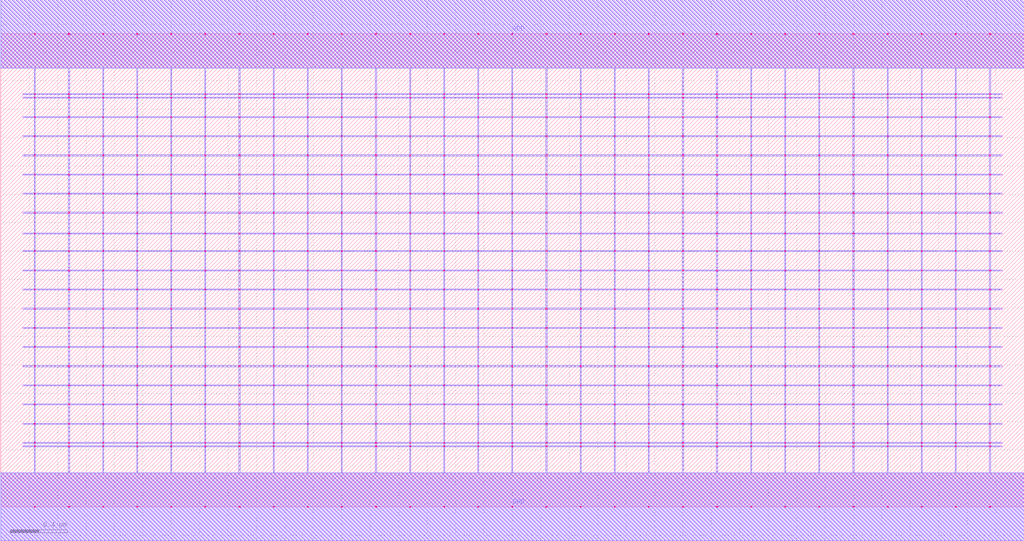
<source format=lef>
MACRO AOI22X1
 CLASS CORE ;
 FOREIGN AOI22X1 0 0 ;
 SIZE 7.2 BY 3.33 ;
 ORIGIN 0 0 ;
 SYMMETRY X Y R90 ;
 SITE unit ;
  PIN VDD
   DIRECTION INOUT ;
   USE POWER ;
   SHAPE ABUTMENT ;
    PORT
     CLASS CORE ;
       LAYER li1 ;
        RECT 0.00000000 3.09000000 7.20000000 3.57000000 ;
       LAYER met1 ;
        RECT 0.00000000 3.09000000 7.20000000 3.57000000 ;
    END
  END VDD

  PIN GND
   DIRECTION INOUT ;
   USE POWER ;
   SHAPE ABUTMENT ;
    PORT
     CLASS CORE ;
       LAYER li1 ;
        RECT 0.00000000 -0.24000000 7.20000000 0.24000000 ;
       LAYER met1 ;
        RECT 0.00000000 -0.24000000 7.20000000 0.24000000 ;
    END
  END GND

 OBS
    LAYER polycont ;
     RECT 1.43600000 0.98600000 1.44400000 0.99400000 ;
     RECT 2.87600000 0.98600000 2.88400000 0.99400000 ;
     RECT 4.31600000 0.98600000 4.32400000 0.99400000 ;
     RECT 5.75600000 0.98600000 5.76400000 0.99400000 ;
     RECT 1.43600000 1.92100000 1.44400000 1.92900000 ;
     RECT 2.87600000 1.92100000 2.88400000 1.92900000 ;
     RECT 4.31600000 1.92100000 4.32400000 1.92900000 ;
     RECT 5.75600000 1.92100000 5.76400000 1.92900000 ;

    LAYER pdiffc ;
     RECT 0.71600000 2.33600000 0.72400000 2.34400000 ;
     RECT 0.95600000 2.33600000 0.96400000 2.34400000 ;
     RECT 1.91600000 2.33600000 1.92400000 2.34400000 ;
     RECT 2.15600000 2.33600000 2.16400000 2.34400000 ;
     RECT 2.39600000 2.33600000 2.40400000 2.34400000 ;
     RECT 3.35600000 2.33600000 3.36400000 2.34400000 ;
     RECT 3.59600000 2.33600000 3.60400000 2.34400000 ;
     RECT 3.83600000 2.33600000 3.84400000 2.34400000 ;
     RECT 4.79600000 2.33600000 4.80400000 2.34400000 ;
     RECT 5.03600000 2.33600000 5.04400000 2.34400000 ;
     RECT 5.27600000 2.33600000 5.28400000 2.34400000 ;
     RECT 6.23600000 2.33600000 6.24400000 2.34400000 ;
     RECT 6.47600000 2.33600000 6.48400000 2.34400000 ;
     RECT 0.71600000 2.47100000 0.72400000 2.47900000 ;
     RECT 0.95600000 2.47100000 0.96400000 2.47900000 ;
     RECT 1.91600000 2.47100000 1.92400000 2.47900000 ;
     RECT 2.15600000 2.47100000 2.16400000 2.47900000 ;
     RECT 2.39600000 2.47100000 2.40400000 2.47900000 ;
     RECT 3.35600000 2.47100000 3.36400000 2.47900000 ;
     RECT 3.59600000 2.47100000 3.60400000 2.47900000 ;
     RECT 3.83600000 2.47100000 3.84400000 2.47900000 ;
     RECT 4.79600000 2.47100000 4.80400000 2.47900000 ;
     RECT 5.03600000 2.47100000 5.04400000 2.47900000 ;
     RECT 5.27600000 2.47100000 5.28400000 2.47900000 ;
     RECT 6.23600000 2.47100000 6.24400000 2.47900000 ;
     RECT 6.47600000 2.47100000 6.48400000 2.47900000 ;
     RECT 0.71600000 2.60600000 0.72400000 2.61400000 ;
     RECT 0.95600000 2.60600000 0.96400000 2.61400000 ;
     RECT 1.91600000 2.60600000 1.92400000 2.61400000 ;
     RECT 2.15600000 2.60600000 2.16400000 2.61400000 ;
     RECT 2.39600000 2.60600000 2.40400000 2.61400000 ;
     RECT 3.35600000 2.60600000 3.36400000 2.61400000 ;
     RECT 3.59600000 2.60600000 3.60400000 2.61400000 ;
     RECT 3.83600000 2.60600000 3.84400000 2.61400000 ;
     RECT 4.79600000 2.60600000 4.80400000 2.61400000 ;
     RECT 5.03600000 2.60600000 5.04400000 2.61400000 ;
     RECT 5.27600000 2.60600000 5.28400000 2.61400000 ;
     RECT 6.23600000 2.60600000 6.24400000 2.61400000 ;
     RECT 6.47600000 2.60600000 6.48400000 2.61400000 ;
     RECT 0.71600000 2.74100000 0.72400000 2.74900000 ;
     RECT 0.95600000 2.74100000 0.96400000 2.74900000 ;
     RECT 1.91600000 2.74100000 1.92400000 2.74900000 ;
     RECT 2.15600000 2.74100000 2.16400000 2.74900000 ;
     RECT 2.39600000 2.74100000 2.40400000 2.74900000 ;
     RECT 3.35600000 2.74100000 3.36400000 2.74900000 ;
     RECT 3.59600000 2.74100000 3.60400000 2.74900000 ;
     RECT 3.83600000 2.74100000 3.84400000 2.74900000 ;
     RECT 4.79600000 2.74100000 4.80400000 2.74900000 ;
     RECT 5.03600000 2.74100000 5.04400000 2.74900000 ;
     RECT 5.27600000 2.74100000 5.28400000 2.74900000 ;
     RECT 6.23600000 2.74100000 6.24400000 2.74900000 ;
     RECT 6.47600000 2.74100000 6.48400000 2.74900000 ;
     RECT 0.71600000 2.87600000 0.72400000 2.88400000 ;
     RECT 0.95600000 2.87600000 0.96400000 2.88400000 ;
     RECT 1.91600000 2.87600000 1.92400000 2.88400000 ;
     RECT 2.15600000 2.87600000 2.16400000 2.88400000 ;
     RECT 2.39600000 2.87600000 2.40400000 2.88400000 ;
     RECT 3.35600000 2.87600000 3.36400000 2.88400000 ;
     RECT 3.59600000 2.87600000 3.60400000 2.88400000 ;
     RECT 3.83600000 2.87600000 3.84400000 2.88400000 ;
     RECT 4.79600000 2.87600000 4.80400000 2.88400000 ;
     RECT 5.03600000 2.87600000 5.04400000 2.88400000 ;
     RECT 5.27600000 2.87600000 5.28400000 2.88400000 ;
     RECT 6.23600000 2.87600000 6.24400000 2.88400000 ;
     RECT 6.47600000 2.87600000 6.48400000 2.88400000 ;
     RECT 0.71600000 2.90100000 0.72400000 2.90900000 ;
     RECT 0.95600000 2.90100000 0.96400000 2.90900000 ;
     RECT 1.91600000 2.90100000 1.92400000 2.90900000 ;
     RECT 2.15600000 2.90100000 2.16400000 2.90900000 ;
     RECT 2.39600000 2.90100000 2.40400000 2.90900000 ;
     RECT 3.35600000 2.90100000 3.36400000 2.90900000 ;
     RECT 3.59600000 2.90100000 3.60400000 2.90900000 ;
     RECT 3.83600000 2.90100000 3.84400000 2.90900000 ;
     RECT 4.79600000 2.90100000 4.80400000 2.90900000 ;
     RECT 5.03600000 2.90100000 5.04400000 2.90900000 ;
     RECT 5.27600000 2.90100000 5.28400000 2.90900000 ;
     RECT 6.23600000 2.90100000 6.24400000 2.90900000 ;
     RECT 6.47600000 2.90100000 6.48400000 2.90900000 ;

    LAYER ndiffc ;
     RECT 0.71600000 0.42100000 0.72400000 0.42900000 ;
     RECT 0.95600000 0.42100000 0.96400000 0.42900000 ;
     RECT 1.91600000 0.42100000 1.92400000 0.42900000 ;
     RECT 2.15600000 0.42100000 2.16400000 0.42900000 ;
     RECT 2.39600000 0.42100000 2.40400000 0.42900000 ;
     RECT 3.35600000 0.42100000 3.36400000 0.42900000 ;
     RECT 3.59600000 0.42100000 3.60400000 0.42900000 ;
     RECT 3.83600000 0.42100000 3.84400000 0.42900000 ;
     RECT 4.79600000 0.42100000 4.80400000 0.42900000 ;
     RECT 5.03600000 0.42100000 5.04400000 0.42900000 ;
     RECT 5.27600000 0.42100000 5.28400000 0.42900000 ;
     RECT 6.23600000 0.42100000 6.24400000 0.42900000 ;
     RECT 6.47600000 0.42100000 6.48400000 0.42900000 ;
     RECT 0.71600000 0.44600000 0.72400000 0.45400000 ;
     RECT 0.95600000 0.44600000 0.96400000 0.45400000 ;
     RECT 1.91600000 0.44600000 1.92400000 0.45400000 ;
     RECT 2.15600000 0.44600000 2.16400000 0.45400000 ;
     RECT 2.39600000 0.44600000 2.40400000 0.45400000 ;
     RECT 3.35600000 0.44600000 3.36400000 0.45400000 ;
     RECT 3.59600000 0.44600000 3.60400000 0.45400000 ;
     RECT 3.83600000 0.44600000 3.84400000 0.45400000 ;
     RECT 4.79600000 0.44600000 4.80400000 0.45400000 ;
     RECT 5.03600000 0.44600000 5.04400000 0.45400000 ;
     RECT 5.27600000 0.44600000 5.28400000 0.45400000 ;
     RECT 6.23600000 0.44600000 6.24400000 0.45400000 ;
     RECT 6.47600000 0.44600000 6.48400000 0.45400000 ;
     RECT 0.71600000 0.58100000 0.72400000 0.58900000 ;
     RECT 0.95600000 0.58100000 0.96400000 0.58900000 ;
     RECT 1.91600000 0.58100000 1.92400000 0.58900000 ;
     RECT 2.15600000 0.58100000 2.16400000 0.58900000 ;
     RECT 2.39600000 0.58100000 2.40400000 0.58900000 ;
     RECT 3.35600000 0.58100000 3.36400000 0.58900000 ;
     RECT 3.59600000 0.58100000 3.60400000 0.58900000 ;
     RECT 3.83600000 0.58100000 3.84400000 0.58900000 ;
     RECT 4.79600000 0.58100000 4.80400000 0.58900000 ;
     RECT 5.03600000 0.58100000 5.04400000 0.58900000 ;
     RECT 5.27600000 0.58100000 5.28400000 0.58900000 ;
     RECT 6.23600000 0.58100000 6.24400000 0.58900000 ;
     RECT 6.47600000 0.58100000 6.48400000 0.58900000 ;

    LAYER li1 ;
     RECT 0.00000000 -0.24000000 7.20000000 0.24000000 ;
     RECT 0.23600000 0.24000000 0.24400000 0.42100000 ;
     RECT 0.47600000 0.24000000 0.48400000 0.42100000 ;
     RECT 0.71600000 0.24000000 0.72400000 0.42100000 ;
     RECT 0.95600000 0.24000000 0.96400000 0.42100000 ;
     RECT 1.19600000 0.24000000 1.20400000 0.42100000 ;
     RECT 1.43600000 0.24000000 1.44400000 0.42100000 ;
     RECT 1.67600000 0.24000000 1.68400000 0.42100000 ;
     RECT 1.91600000 0.24000000 1.92400000 0.42100000 ;
     RECT 2.15600000 0.24000000 2.16400000 0.42100000 ;
     RECT 2.39600000 0.24000000 2.40400000 0.42100000 ;
     RECT 2.63600000 0.24000000 2.64400000 0.42100000 ;
     RECT 2.87600000 0.24000000 2.88400000 0.42100000 ;
     RECT 3.11600000 0.24000000 3.12400000 0.42100000 ;
     RECT 3.35600000 0.24000000 3.36400000 0.42100000 ;
     RECT 3.59600000 0.24000000 3.60400000 0.42100000 ;
     RECT 3.83600000 0.24000000 3.84400000 0.42100000 ;
     RECT 4.07600000 0.24000000 4.08400000 0.42100000 ;
     RECT 4.31600000 0.24000000 4.32400000 0.42100000 ;
     RECT 4.55600000 0.24000000 4.56400000 0.42100000 ;
     RECT 4.79600000 0.24000000 4.80400000 0.42100000 ;
     RECT 5.03600000 0.24000000 5.04400000 0.42100000 ;
     RECT 5.27600000 0.24000000 5.28400000 0.42100000 ;
     RECT 5.51600000 0.24000000 5.52400000 0.42100000 ;
     RECT 5.75600000 0.24000000 5.76400000 0.42100000 ;
     RECT 5.99600000 0.24000000 6.00400000 0.42100000 ;
     RECT 6.23600000 0.24000000 6.24400000 0.42100000 ;
     RECT 6.47600000 0.24000000 6.48400000 0.42100000 ;
     RECT 6.71600000 0.24000000 6.72400000 0.42100000 ;
     RECT 6.95600000 0.24000000 6.96400000 0.42100000 ;
     RECT 0.15500000 0.42100000 7.04500000 0.42900000 ;
     RECT 0.23600000 0.42900000 0.24400000 0.44600000 ;
     RECT 0.47600000 0.42900000 0.48400000 0.44600000 ;
     RECT 0.71600000 0.42900000 0.72400000 0.44600000 ;
     RECT 0.95600000 0.42900000 0.96400000 0.44600000 ;
     RECT 1.19600000 0.42900000 1.20400000 0.44600000 ;
     RECT 1.43600000 0.42900000 1.44400000 0.44600000 ;
     RECT 1.67600000 0.42900000 1.68400000 0.44600000 ;
     RECT 1.91600000 0.42900000 1.92400000 0.44600000 ;
     RECT 2.15600000 0.42900000 2.16400000 0.44600000 ;
     RECT 2.39600000 0.42900000 2.40400000 0.44600000 ;
     RECT 2.63600000 0.42900000 2.64400000 0.44600000 ;
     RECT 2.87600000 0.42900000 2.88400000 0.44600000 ;
     RECT 3.11600000 0.42900000 3.12400000 0.44600000 ;
     RECT 3.35600000 0.42900000 3.36400000 0.44600000 ;
     RECT 3.59600000 0.42900000 3.60400000 0.44600000 ;
     RECT 3.83600000 0.42900000 3.84400000 0.44600000 ;
     RECT 4.07600000 0.42900000 4.08400000 0.44600000 ;
     RECT 4.31600000 0.42900000 4.32400000 0.44600000 ;
     RECT 4.55600000 0.42900000 4.56400000 0.44600000 ;
     RECT 4.79600000 0.42900000 4.80400000 0.44600000 ;
     RECT 5.03600000 0.42900000 5.04400000 0.44600000 ;
     RECT 5.27600000 0.42900000 5.28400000 0.44600000 ;
     RECT 5.51600000 0.42900000 5.52400000 0.44600000 ;
     RECT 5.75600000 0.42900000 5.76400000 0.44600000 ;
     RECT 5.99600000 0.42900000 6.00400000 0.44600000 ;
     RECT 6.23600000 0.42900000 6.24400000 0.44600000 ;
     RECT 6.47600000 0.42900000 6.48400000 0.44600000 ;
     RECT 6.71600000 0.42900000 6.72400000 0.44600000 ;
     RECT 6.95600000 0.42900000 6.96400000 0.44600000 ;
     RECT 0.15500000 0.44600000 7.04500000 0.45400000 ;
     RECT 0.23600000 0.45400000 0.24400000 0.58100000 ;
     RECT 0.47600000 0.45400000 0.48400000 0.58100000 ;
     RECT 0.71600000 0.45400000 0.72400000 0.58100000 ;
     RECT 0.95600000 0.45400000 0.96400000 0.58100000 ;
     RECT 1.19600000 0.45400000 1.20400000 0.58100000 ;
     RECT 1.43600000 0.45400000 1.44400000 0.58100000 ;
     RECT 1.67600000 0.45400000 1.68400000 0.58100000 ;
     RECT 1.91600000 0.45400000 1.92400000 0.58100000 ;
     RECT 2.15600000 0.45400000 2.16400000 0.58100000 ;
     RECT 2.39600000 0.45400000 2.40400000 0.58100000 ;
     RECT 2.63600000 0.45400000 2.64400000 0.58100000 ;
     RECT 2.87600000 0.45400000 2.88400000 0.58100000 ;
     RECT 3.11600000 0.45400000 3.12400000 0.58100000 ;
     RECT 3.35600000 0.45400000 3.36400000 0.58100000 ;
     RECT 3.59600000 0.45400000 3.60400000 0.58100000 ;
     RECT 3.83600000 0.45400000 3.84400000 0.58100000 ;
     RECT 4.07600000 0.45400000 4.08400000 0.58100000 ;
     RECT 4.31600000 0.45400000 4.32400000 0.58100000 ;
     RECT 4.55600000 0.45400000 4.56400000 0.58100000 ;
     RECT 4.79600000 0.45400000 4.80400000 0.58100000 ;
     RECT 5.03600000 0.45400000 5.04400000 0.58100000 ;
     RECT 5.27600000 0.45400000 5.28400000 0.58100000 ;
     RECT 5.51600000 0.45400000 5.52400000 0.58100000 ;
     RECT 5.75600000 0.45400000 5.76400000 0.58100000 ;
     RECT 5.99600000 0.45400000 6.00400000 0.58100000 ;
     RECT 6.23600000 0.45400000 6.24400000 0.58100000 ;
     RECT 6.47600000 0.45400000 6.48400000 0.58100000 ;
     RECT 6.71600000 0.45400000 6.72400000 0.58100000 ;
     RECT 6.95600000 0.45400000 6.96400000 0.58100000 ;
     RECT 0.15500000 0.58100000 7.04500000 0.58900000 ;
     RECT 0.23600000 0.58900000 0.24400000 0.71600000 ;
     RECT 0.47600000 0.58900000 0.48400000 0.71600000 ;
     RECT 0.71600000 0.58900000 0.72400000 0.71600000 ;
     RECT 0.95600000 0.58900000 0.96400000 0.71600000 ;
     RECT 1.19600000 0.58900000 1.20400000 0.71600000 ;
     RECT 1.43600000 0.58900000 1.44400000 0.71600000 ;
     RECT 1.67600000 0.58900000 1.68400000 0.71600000 ;
     RECT 1.91600000 0.58900000 1.92400000 0.71600000 ;
     RECT 2.15600000 0.58900000 2.16400000 0.71600000 ;
     RECT 2.39600000 0.58900000 2.40400000 0.71600000 ;
     RECT 2.63600000 0.58900000 2.64400000 0.71600000 ;
     RECT 2.87600000 0.58900000 2.88400000 0.71600000 ;
     RECT 3.11600000 0.58900000 3.12400000 0.71600000 ;
     RECT 3.35600000 0.58900000 3.36400000 0.71600000 ;
     RECT 3.59600000 0.58900000 3.60400000 0.71600000 ;
     RECT 3.83600000 0.58900000 3.84400000 0.71600000 ;
     RECT 4.07600000 0.58900000 4.08400000 0.71600000 ;
     RECT 4.31600000 0.58900000 4.32400000 0.71600000 ;
     RECT 4.55600000 0.58900000 4.56400000 0.71600000 ;
     RECT 4.79600000 0.58900000 4.80400000 0.71600000 ;
     RECT 5.03600000 0.58900000 5.04400000 0.71600000 ;
     RECT 5.27600000 0.58900000 5.28400000 0.71600000 ;
     RECT 5.51600000 0.58900000 5.52400000 0.71600000 ;
     RECT 5.75600000 0.58900000 5.76400000 0.71600000 ;
     RECT 5.99600000 0.58900000 6.00400000 0.71600000 ;
     RECT 6.23600000 0.58900000 6.24400000 0.71600000 ;
     RECT 6.47600000 0.58900000 6.48400000 0.71600000 ;
     RECT 6.71600000 0.58900000 6.72400000 0.71600000 ;
     RECT 6.95600000 0.58900000 6.96400000 0.71600000 ;
     RECT 0.15500000 0.71600000 7.04500000 0.72400000 ;
     RECT 0.23600000 0.72400000 0.24400000 0.85100000 ;
     RECT 0.47600000 0.72400000 0.48400000 0.85100000 ;
     RECT 0.71600000 0.72400000 0.72400000 0.85100000 ;
     RECT 0.95600000 0.72400000 0.96400000 0.85100000 ;
     RECT 1.19600000 0.72400000 1.20400000 0.85100000 ;
     RECT 1.43600000 0.72400000 1.44400000 0.85100000 ;
     RECT 1.67600000 0.72400000 1.68400000 0.85100000 ;
     RECT 1.91600000 0.72400000 1.92400000 0.85100000 ;
     RECT 2.15600000 0.72400000 2.16400000 0.85100000 ;
     RECT 2.39600000 0.72400000 2.40400000 0.85100000 ;
     RECT 2.63600000 0.72400000 2.64400000 0.85100000 ;
     RECT 2.87600000 0.72400000 2.88400000 0.85100000 ;
     RECT 3.11600000 0.72400000 3.12400000 0.85100000 ;
     RECT 3.35600000 0.72400000 3.36400000 0.85100000 ;
     RECT 3.59600000 0.72400000 3.60400000 0.85100000 ;
     RECT 3.83600000 0.72400000 3.84400000 0.85100000 ;
     RECT 4.07600000 0.72400000 4.08400000 0.85100000 ;
     RECT 4.31600000 0.72400000 4.32400000 0.85100000 ;
     RECT 4.55600000 0.72400000 4.56400000 0.85100000 ;
     RECT 4.79600000 0.72400000 4.80400000 0.85100000 ;
     RECT 5.03600000 0.72400000 5.04400000 0.85100000 ;
     RECT 5.27600000 0.72400000 5.28400000 0.85100000 ;
     RECT 5.51600000 0.72400000 5.52400000 0.85100000 ;
     RECT 5.75600000 0.72400000 5.76400000 0.85100000 ;
     RECT 5.99600000 0.72400000 6.00400000 0.85100000 ;
     RECT 6.23600000 0.72400000 6.24400000 0.85100000 ;
     RECT 6.47600000 0.72400000 6.48400000 0.85100000 ;
     RECT 6.71600000 0.72400000 6.72400000 0.85100000 ;
     RECT 6.95600000 0.72400000 6.96400000 0.85100000 ;
     RECT 0.15500000 0.85100000 7.04500000 0.85900000 ;
     RECT 0.23600000 0.85900000 0.24400000 0.98600000 ;
     RECT 0.47600000 0.85900000 0.48400000 0.98600000 ;
     RECT 0.71600000 0.85900000 0.72400000 0.98600000 ;
     RECT 0.95600000 0.85900000 0.96400000 0.98600000 ;
     RECT 1.19600000 0.85900000 1.20400000 0.98600000 ;
     RECT 1.43600000 0.85900000 1.44400000 0.98600000 ;
     RECT 1.67600000 0.85900000 1.68400000 0.98600000 ;
     RECT 1.91600000 0.85900000 1.92400000 0.98600000 ;
     RECT 2.15600000 0.85900000 2.16400000 0.98600000 ;
     RECT 2.39600000 0.85900000 2.40400000 0.98600000 ;
     RECT 2.63600000 0.85900000 2.64400000 0.98600000 ;
     RECT 2.87600000 0.85900000 2.88400000 0.98600000 ;
     RECT 3.11600000 0.85900000 3.12400000 0.98600000 ;
     RECT 3.35600000 0.85900000 3.36400000 0.98600000 ;
     RECT 3.59600000 0.85900000 3.60400000 0.98600000 ;
     RECT 3.83600000 0.85900000 3.84400000 0.98600000 ;
     RECT 4.07600000 0.85900000 4.08400000 0.98600000 ;
     RECT 4.31600000 0.85900000 4.32400000 0.98600000 ;
     RECT 4.55600000 0.85900000 4.56400000 0.98600000 ;
     RECT 4.79600000 0.85900000 4.80400000 0.98600000 ;
     RECT 5.03600000 0.85900000 5.04400000 0.98600000 ;
     RECT 5.27600000 0.85900000 5.28400000 0.98600000 ;
     RECT 5.51600000 0.85900000 5.52400000 0.98600000 ;
     RECT 5.75600000 0.85900000 5.76400000 0.98600000 ;
     RECT 5.99600000 0.85900000 6.00400000 0.98600000 ;
     RECT 6.23600000 0.85900000 6.24400000 0.98600000 ;
     RECT 6.47600000 0.85900000 6.48400000 0.98600000 ;
     RECT 6.71600000 0.85900000 6.72400000 0.98600000 ;
     RECT 6.95600000 0.85900000 6.96400000 0.98600000 ;
     RECT 0.15500000 0.98600000 7.04500000 0.99400000 ;
     RECT 0.23600000 0.99400000 0.24400000 1.12100000 ;
     RECT 0.47600000 0.99400000 0.48400000 1.12100000 ;
     RECT 0.71600000 0.99400000 0.72400000 1.12100000 ;
     RECT 0.95600000 0.99400000 0.96400000 1.12100000 ;
     RECT 1.19600000 0.99400000 1.20400000 1.12100000 ;
     RECT 1.43600000 0.99400000 1.44400000 1.12100000 ;
     RECT 1.67600000 0.99400000 1.68400000 1.12100000 ;
     RECT 1.91600000 0.99400000 1.92400000 1.12100000 ;
     RECT 2.15600000 0.99400000 2.16400000 1.12100000 ;
     RECT 2.39600000 0.99400000 2.40400000 1.12100000 ;
     RECT 2.63600000 0.99400000 2.64400000 1.12100000 ;
     RECT 2.87600000 0.99400000 2.88400000 1.12100000 ;
     RECT 3.11600000 0.99400000 3.12400000 1.12100000 ;
     RECT 3.35600000 0.99400000 3.36400000 1.12100000 ;
     RECT 3.59600000 0.99400000 3.60400000 1.12100000 ;
     RECT 3.83600000 0.99400000 3.84400000 1.12100000 ;
     RECT 4.07600000 0.99400000 4.08400000 1.12100000 ;
     RECT 4.31600000 0.99400000 4.32400000 1.12100000 ;
     RECT 4.55600000 0.99400000 4.56400000 1.12100000 ;
     RECT 4.79600000 0.99400000 4.80400000 1.12100000 ;
     RECT 5.03600000 0.99400000 5.04400000 1.12100000 ;
     RECT 5.27600000 0.99400000 5.28400000 1.12100000 ;
     RECT 5.51600000 0.99400000 5.52400000 1.12100000 ;
     RECT 5.75600000 0.99400000 5.76400000 1.12100000 ;
     RECT 5.99600000 0.99400000 6.00400000 1.12100000 ;
     RECT 6.23600000 0.99400000 6.24400000 1.12100000 ;
     RECT 6.47600000 0.99400000 6.48400000 1.12100000 ;
     RECT 6.71600000 0.99400000 6.72400000 1.12100000 ;
     RECT 6.95600000 0.99400000 6.96400000 1.12100000 ;
     RECT 0.15500000 1.12100000 7.04500000 1.12900000 ;
     RECT 0.23600000 1.12900000 0.24400000 1.25600000 ;
     RECT 0.47600000 1.12900000 0.48400000 1.25600000 ;
     RECT 0.71600000 1.12900000 0.72400000 1.25600000 ;
     RECT 0.95600000 1.12900000 0.96400000 1.25600000 ;
     RECT 1.19600000 1.12900000 1.20400000 1.25600000 ;
     RECT 1.43600000 1.12900000 1.44400000 1.25600000 ;
     RECT 1.67600000 1.12900000 1.68400000 1.25600000 ;
     RECT 1.91600000 1.12900000 1.92400000 1.25600000 ;
     RECT 2.15600000 1.12900000 2.16400000 1.25600000 ;
     RECT 2.39600000 1.12900000 2.40400000 1.25600000 ;
     RECT 2.63600000 1.12900000 2.64400000 1.25600000 ;
     RECT 2.87600000 1.12900000 2.88400000 1.25600000 ;
     RECT 3.11600000 1.12900000 3.12400000 1.25600000 ;
     RECT 3.35600000 1.12900000 3.36400000 1.25600000 ;
     RECT 3.59600000 1.12900000 3.60400000 1.25600000 ;
     RECT 3.83600000 1.12900000 3.84400000 1.25600000 ;
     RECT 4.07600000 1.12900000 4.08400000 1.25600000 ;
     RECT 4.31600000 1.12900000 4.32400000 1.25600000 ;
     RECT 4.55600000 1.12900000 4.56400000 1.25600000 ;
     RECT 4.79600000 1.12900000 4.80400000 1.25600000 ;
     RECT 5.03600000 1.12900000 5.04400000 1.25600000 ;
     RECT 5.27600000 1.12900000 5.28400000 1.25600000 ;
     RECT 5.51600000 1.12900000 5.52400000 1.25600000 ;
     RECT 5.75600000 1.12900000 5.76400000 1.25600000 ;
     RECT 5.99600000 1.12900000 6.00400000 1.25600000 ;
     RECT 6.23600000 1.12900000 6.24400000 1.25600000 ;
     RECT 6.47600000 1.12900000 6.48400000 1.25600000 ;
     RECT 6.71600000 1.12900000 6.72400000 1.25600000 ;
     RECT 6.95600000 1.12900000 6.96400000 1.25600000 ;
     RECT 0.15500000 1.25600000 7.04500000 1.26400000 ;
     RECT 0.23600000 1.26400000 0.24400000 1.39100000 ;
     RECT 0.47600000 1.26400000 0.48400000 1.39100000 ;
     RECT 0.71600000 1.26400000 0.72400000 1.39100000 ;
     RECT 0.95600000 1.26400000 0.96400000 1.39100000 ;
     RECT 1.19600000 1.26400000 1.20400000 1.39100000 ;
     RECT 1.43600000 1.26400000 1.44400000 1.39100000 ;
     RECT 1.67600000 1.26400000 1.68400000 1.39100000 ;
     RECT 1.91600000 1.26400000 1.92400000 1.39100000 ;
     RECT 2.15600000 1.26400000 2.16400000 1.39100000 ;
     RECT 2.39600000 1.26400000 2.40400000 1.39100000 ;
     RECT 2.63600000 1.26400000 2.64400000 1.39100000 ;
     RECT 2.87600000 1.26400000 2.88400000 1.39100000 ;
     RECT 3.11600000 1.26400000 3.12400000 1.39100000 ;
     RECT 3.35600000 1.26400000 3.36400000 1.39100000 ;
     RECT 3.59600000 1.26400000 3.60400000 1.39100000 ;
     RECT 3.83600000 1.26400000 3.84400000 1.39100000 ;
     RECT 4.07600000 1.26400000 4.08400000 1.39100000 ;
     RECT 4.31600000 1.26400000 4.32400000 1.39100000 ;
     RECT 4.55600000 1.26400000 4.56400000 1.39100000 ;
     RECT 4.79600000 1.26400000 4.80400000 1.39100000 ;
     RECT 5.03600000 1.26400000 5.04400000 1.39100000 ;
     RECT 5.27600000 1.26400000 5.28400000 1.39100000 ;
     RECT 5.51600000 1.26400000 5.52400000 1.39100000 ;
     RECT 5.75600000 1.26400000 5.76400000 1.39100000 ;
     RECT 5.99600000 1.26400000 6.00400000 1.39100000 ;
     RECT 6.23600000 1.26400000 6.24400000 1.39100000 ;
     RECT 6.47600000 1.26400000 6.48400000 1.39100000 ;
     RECT 6.71600000 1.26400000 6.72400000 1.39100000 ;
     RECT 6.95600000 1.26400000 6.96400000 1.39100000 ;
     RECT 0.15500000 1.39100000 7.04500000 1.39900000 ;
     RECT 0.23600000 1.39900000 0.24400000 1.52600000 ;
     RECT 0.47600000 1.39900000 0.48400000 1.52600000 ;
     RECT 0.71600000 1.39900000 0.72400000 1.52600000 ;
     RECT 0.95600000 1.39900000 0.96400000 1.52600000 ;
     RECT 1.19600000 1.39900000 1.20400000 1.52600000 ;
     RECT 1.43600000 1.39900000 1.44400000 1.52600000 ;
     RECT 1.67600000 1.39900000 1.68400000 1.52600000 ;
     RECT 1.91600000 1.39900000 1.92400000 1.52600000 ;
     RECT 2.15600000 1.39900000 2.16400000 1.52600000 ;
     RECT 2.39600000 1.39900000 2.40400000 1.52600000 ;
     RECT 2.63600000 1.39900000 2.64400000 1.52600000 ;
     RECT 2.87600000 1.39900000 2.88400000 1.52600000 ;
     RECT 3.11600000 1.39900000 3.12400000 1.52600000 ;
     RECT 3.35600000 1.39900000 3.36400000 1.52600000 ;
     RECT 3.59600000 1.39900000 3.60400000 1.52600000 ;
     RECT 3.83600000 1.39900000 3.84400000 1.52600000 ;
     RECT 4.07600000 1.39900000 4.08400000 1.52600000 ;
     RECT 4.31600000 1.39900000 4.32400000 1.52600000 ;
     RECT 4.55600000 1.39900000 4.56400000 1.52600000 ;
     RECT 4.79600000 1.39900000 4.80400000 1.52600000 ;
     RECT 5.03600000 1.39900000 5.04400000 1.52600000 ;
     RECT 5.27600000 1.39900000 5.28400000 1.52600000 ;
     RECT 5.51600000 1.39900000 5.52400000 1.52600000 ;
     RECT 5.75600000 1.39900000 5.76400000 1.52600000 ;
     RECT 5.99600000 1.39900000 6.00400000 1.52600000 ;
     RECT 6.23600000 1.39900000 6.24400000 1.52600000 ;
     RECT 6.47600000 1.39900000 6.48400000 1.52600000 ;
     RECT 6.71600000 1.39900000 6.72400000 1.52600000 ;
     RECT 6.95600000 1.39900000 6.96400000 1.52600000 ;
     RECT 0.15500000 1.52600000 7.04500000 1.53400000 ;
     RECT 0.23600000 1.53400000 0.24400000 1.66100000 ;
     RECT 0.47600000 1.53400000 0.48400000 1.66100000 ;
     RECT 0.71600000 1.53400000 0.72400000 1.66100000 ;
     RECT 0.95600000 1.53400000 0.96400000 1.66100000 ;
     RECT 1.19600000 1.53400000 1.20400000 1.66100000 ;
     RECT 1.43600000 1.53400000 1.44400000 1.66100000 ;
     RECT 1.67600000 1.53400000 1.68400000 1.66100000 ;
     RECT 1.91600000 1.53400000 1.92400000 1.66100000 ;
     RECT 2.15600000 1.53400000 2.16400000 1.66100000 ;
     RECT 2.39600000 1.53400000 2.40400000 1.66100000 ;
     RECT 2.63600000 1.53400000 2.64400000 1.66100000 ;
     RECT 2.87600000 1.53400000 2.88400000 1.66100000 ;
     RECT 3.11600000 1.53400000 3.12400000 1.66100000 ;
     RECT 3.35600000 1.53400000 3.36400000 1.66100000 ;
     RECT 3.59600000 1.53400000 3.60400000 1.66100000 ;
     RECT 3.83600000 1.53400000 3.84400000 1.66100000 ;
     RECT 4.07600000 1.53400000 4.08400000 1.66100000 ;
     RECT 4.31600000 1.53400000 4.32400000 1.66100000 ;
     RECT 4.55600000 1.53400000 4.56400000 1.66100000 ;
     RECT 4.79600000 1.53400000 4.80400000 1.66100000 ;
     RECT 5.03600000 1.53400000 5.04400000 1.66100000 ;
     RECT 5.27600000 1.53400000 5.28400000 1.66100000 ;
     RECT 5.51600000 1.53400000 5.52400000 1.66100000 ;
     RECT 5.75600000 1.53400000 5.76400000 1.66100000 ;
     RECT 5.99600000 1.53400000 6.00400000 1.66100000 ;
     RECT 6.23600000 1.53400000 6.24400000 1.66100000 ;
     RECT 6.47600000 1.53400000 6.48400000 1.66100000 ;
     RECT 6.71600000 1.53400000 6.72400000 1.66100000 ;
     RECT 6.95600000 1.53400000 6.96400000 1.66100000 ;
     RECT 0.15500000 1.66100000 7.04500000 1.66900000 ;
     RECT 0.23600000 1.66900000 0.24400000 1.79600000 ;
     RECT 0.47600000 1.66900000 0.48400000 1.79600000 ;
     RECT 0.71600000 1.66900000 0.72400000 1.79600000 ;
     RECT 0.95600000 1.66900000 0.96400000 1.79600000 ;
     RECT 1.19600000 1.66900000 1.20400000 1.79600000 ;
     RECT 1.43600000 1.66900000 1.44400000 1.79600000 ;
     RECT 1.67600000 1.66900000 1.68400000 1.79600000 ;
     RECT 1.91600000 1.66900000 1.92400000 1.79600000 ;
     RECT 2.15600000 1.66900000 2.16400000 1.79600000 ;
     RECT 2.39600000 1.66900000 2.40400000 1.79600000 ;
     RECT 2.63600000 1.66900000 2.64400000 1.79600000 ;
     RECT 2.87600000 1.66900000 2.88400000 1.79600000 ;
     RECT 3.11600000 1.66900000 3.12400000 1.79600000 ;
     RECT 3.35600000 1.66900000 3.36400000 1.79600000 ;
     RECT 3.59600000 1.66900000 3.60400000 1.79600000 ;
     RECT 3.83600000 1.66900000 3.84400000 1.79600000 ;
     RECT 4.07600000 1.66900000 4.08400000 1.79600000 ;
     RECT 4.31600000 1.66900000 4.32400000 1.79600000 ;
     RECT 4.55600000 1.66900000 4.56400000 1.79600000 ;
     RECT 4.79600000 1.66900000 4.80400000 1.79600000 ;
     RECT 5.03600000 1.66900000 5.04400000 1.79600000 ;
     RECT 5.27600000 1.66900000 5.28400000 1.79600000 ;
     RECT 5.51600000 1.66900000 5.52400000 1.79600000 ;
     RECT 5.75600000 1.66900000 5.76400000 1.79600000 ;
     RECT 5.99600000 1.66900000 6.00400000 1.79600000 ;
     RECT 6.23600000 1.66900000 6.24400000 1.79600000 ;
     RECT 6.47600000 1.66900000 6.48400000 1.79600000 ;
     RECT 6.71600000 1.66900000 6.72400000 1.79600000 ;
     RECT 6.95600000 1.66900000 6.96400000 1.79600000 ;
     RECT 0.15500000 1.79600000 7.04500000 1.80400000 ;
     RECT 0.23600000 1.80400000 0.24400000 1.92100000 ;
     RECT 0.47600000 1.80400000 0.48400000 1.92100000 ;
     RECT 0.71600000 1.80400000 0.72400000 1.92100000 ;
     RECT 0.95600000 1.80400000 0.96400000 1.92100000 ;
     RECT 1.19600000 1.80400000 1.20400000 1.92100000 ;
     RECT 1.43600000 1.80400000 1.44400000 1.92100000 ;
     RECT 1.67600000 1.80400000 1.68400000 1.92100000 ;
     RECT 1.91600000 1.80400000 1.92400000 1.92100000 ;
     RECT 2.15600000 1.80400000 2.16400000 1.92100000 ;
     RECT 2.39600000 1.80400000 2.40400000 1.92100000 ;
     RECT 2.63600000 1.80400000 2.64400000 1.92100000 ;
     RECT 2.87600000 1.80400000 2.88400000 1.92100000 ;
     RECT 3.11600000 1.80400000 3.12400000 1.92100000 ;
     RECT 3.35600000 1.80400000 3.36400000 1.92100000 ;
     RECT 3.59600000 1.80400000 3.60400000 1.92100000 ;
     RECT 3.83600000 1.80400000 3.84400000 1.92100000 ;
     RECT 4.07600000 1.80400000 4.08400000 1.92100000 ;
     RECT 4.31600000 1.80400000 4.32400000 1.92100000 ;
     RECT 4.55600000 1.80400000 4.56400000 1.92100000 ;
     RECT 4.79600000 1.80400000 4.80400000 1.92100000 ;
     RECT 5.03600000 1.80400000 5.04400000 1.92100000 ;
     RECT 5.27600000 1.80400000 5.28400000 1.92100000 ;
     RECT 5.51600000 1.80400000 5.52400000 1.92100000 ;
     RECT 5.75600000 1.80400000 5.76400000 1.92100000 ;
     RECT 5.99600000 1.80400000 6.00400000 1.92100000 ;
     RECT 6.23600000 1.80400000 6.24400000 1.92100000 ;
     RECT 6.47600000 1.80400000 6.48400000 1.92100000 ;
     RECT 6.71600000 1.80400000 6.72400000 1.92100000 ;
     RECT 6.95600000 1.80400000 6.96400000 1.92100000 ;
     RECT 0.15500000 1.92100000 7.04500000 1.92900000 ;
     RECT 0.23600000 1.92900000 0.24400000 2.06600000 ;
     RECT 0.47600000 1.92900000 0.48400000 2.06600000 ;
     RECT 0.71600000 1.92900000 0.72400000 2.06600000 ;
     RECT 0.95600000 1.92900000 0.96400000 2.06600000 ;
     RECT 1.19600000 1.92900000 1.20400000 2.06600000 ;
     RECT 1.43600000 1.92900000 1.44400000 2.06600000 ;
     RECT 1.67600000 1.92900000 1.68400000 2.06600000 ;
     RECT 1.91600000 1.92900000 1.92400000 2.06600000 ;
     RECT 2.15600000 1.92900000 2.16400000 2.06600000 ;
     RECT 2.39600000 1.92900000 2.40400000 2.06600000 ;
     RECT 2.63600000 1.92900000 2.64400000 2.06600000 ;
     RECT 2.87600000 1.92900000 2.88400000 2.06600000 ;
     RECT 3.11600000 1.92900000 3.12400000 2.06600000 ;
     RECT 3.35600000 1.92900000 3.36400000 2.06600000 ;
     RECT 3.59600000 1.92900000 3.60400000 2.06600000 ;
     RECT 3.83600000 1.92900000 3.84400000 2.06600000 ;
     RECT 4.07600000 1.92900000 4.08400000 2.06600000 ;
     RECT 4.31600000 1.92900000 4.32400000 2.06600000 ;
     RECT 4.55600000 1.92900000 4.56400000 2.06600000 ;
     RECT 4.79600000 1.92900000 4.80400000 2.06600000 ;
     RECT 5.03600000 1.92900000 5.04400000 2.06600000 ;
     RECT 5.27600000 1.92900000 5.28400000 2.06600000 ;
     RECT 5.51600000 1.92900000 5.52400000 2.06600000 ;
     RECT 5.75600000 1.92900000 5.76400000 2.06600000 ;
     RECT 5.99600000 1.92900000 6.00400000 2.06600000 ;
     RECT 6.23600000 1.92900000 6.24400000 2.06600000 ;
     RECT 6.47600000 1.92900000 6.48400000 2.06600000 ;
     RECT 6.71600000 1.92900000 6.72400000 2.06600000 ;
     RECT 6.95600000 1.92900000 6.96400000 2.06600000 ;
     RECT 0.15500000 2.06600000 7.04500000 2.07400000 ;
     RECT 0.23600000 2.07400000 0.24400000 2.20100000 ;
     RECT 0.47600000 2.07400000 0.48400000 2.20100000 ;
     RECT 0.71600000 2.07400000 0.72400000 2.20100000 ;
     RECT 0.95600000 2.07400000 0.96400000 2.20100000 ;
     RECT 1.19600000 2.07400000 1.20400000 2.20100000 ;
     RECT 1.43600000 2.07400000 1.44400000 2.20100000 ;
     RECT 1.67600000 2.07400000 1.68400000 2.20100000 ;
     RECT 1.91600000 2.07400000 1.92400000 2.20100000 ;
     RECT 2.15600000 2.07400000 2.16400000 2.20100000 ;
     RECT 2.39600000 2.07400000 2.40400000 2.20100000 ;
     RECT 2.63600000 2.07400000 2.64400000 2.20100000 ;
     RECT 2.87600000 2.07400000 2.88400000 2.20100000 ;
     RECT 3.11600000 2.07400000 3.12400000 2.20100000 ;
     RECT 3.35600000 2.07400000 3.36400000 2.20100000 ;
     RECT 3.59600000 2.07400000 3.60400000 2.20100000 ;
     RECT 3.83600000 2.07400000 3.84400000 2.20100000 ;
     RECT 4.07600000 2.07400000 4.08400000 2.20100000 ;
     RECT 4.31600000 2.07400000 4.32400000 2.20100000 ;
     RECT 4.55600000 2.07400000 4.56400000 2.20100000 ;
     RECT 4.79600000 2.07400000 4.80400000 2.20100000 ;
     RECT 5.03600000 2.07400000 5.04400000 2.20100000 ;
     RECT 5.27600000 2.07400000 5.28400000 2.20100000 ;
     RECT 5.51600000 2.07400000 5.52400000 2.20100000 ;
     RECT 5.75600000 2.07400000 5.76400000 2.20100000 ;
     RECT 5.99600000 2.07400000 6.00400000 2.20100000 ;
     RECT 6.23600000 2.07400000 6.24400000 2.20100000 ;
     RECT 6.47600000 2.07400000 6.48400000 2.20100000 ;
     RECT 6.71600000 2.07400000 6.72400000 2.20100000 ;
     RECT 6.95600000 2.07400000 6.96400000 2.20100000 ;
     RECT 0.15500000 2.20100000 7.04500000 2.20900000 ;
     RECT 0.23600000 2.20900000 0.24400000 2.33600000 ;
     RECT 0.47600000 2.20900000 0.48400000 2.33600000 ;
     RECT 0.71600000 2.20900000 0.72400000 2.33600000 ;
     RECT 0.95600000 2.20900000 0.96400000 2.33600000 ;
     RECT 1.19600000 2.20900000 1.20400000 2.33600000 ;
     RECT 1.43600000 2.20900000 1.44400000 2.33600000 ;
     RECT 1.67600000 2.20900000 1.68400000 2.33600000 ;
     RECT 1.91600000 2.20900000 1.92400000 2.33600000 ;
     RECT 2.15600000 2.20900000 2.16400000 2.33600000 ;
     RECT 2.39600000 2.20900000 2.40400000 2.33600000 ;
     RECT 2.63600000 2.20900000 2.64400000 2.33600000 ;
     RECT 2.87600000 2.20900000 2.88400000 2.33600000 ;
     RECT 3.11600000 2.20900000 3.12400000 2.33600000 ;
     RECT 3.35600000 2.20900000 3.36400000 2.33600000 ;
     RECT 3.59600000 2.20900000 3.60400000 2.33600000 ;
     RECT 3.83600000 2.20900000 3.84400000 2.33600000 ;
     RECT 4.07600000 2.20900000 4.08400000 2.33600000 ;
     RECT 4.31600000 2.20900000 4.32400000 2.33600000 ;
     RECT 4.55600000 2.20900000 4.56400000 2.33600000 ;
     RECT 4.79600000 2.20900000 4.80400000 2.33600000 ;
     RECT 5.03600000 2.20900000 5.04400000 2.33600000 ;
     RECT 5.27600000 2.20900000 5.28400000 2.33600000 ;
     RECT 5.51600000 2.20900000 5.52400000 2.33600000 ;
     RECT 5.75600000 2.20900000 5.76400000 2.33600000 ;
     RECT 5.99600000 2.20900000 6.00400000 2.33600000 ;
     RECT 6.23600000 2.20900000 6.24400000 2.33600000 ;
     RECT 6.47600000 2.20900000 6.48400000 2.33600000 ;
     RECT 6.71600000 2.20900000 6.72400000 2.33600000 ;
     RECT 6.95600000 2.20900000 6.96400000 2.33600000 ;
     RECT 0.15500000 2.33600000 7.04500000 2.34400000 ;
     RECT 0.23600000 2.34400000 0.24400000 2.47100000 ;
     RECT 0.47600000 2.34400000 0.48400000 2.47100000 ;
     RECT 0.71600000 2.34400000 0.72400000 2.47100000 ;
     RECT 0.95600000 2.34400000 0.96400000 2.47100000 ;
     RECT 1.19600000 2.34400000 1.20400000 2.47100000 ;
     RECT 1.43600000 2.34400000 1.44400000 2.47100000 ;
     RECT 1.67600000 2.34400000 1.68400000 2.47100000 ;
     RECT 1.91600000 2.34400000 1.92400000 2.47100000 ;
     RECT 2.15600000 2.34400000 2.16400000 2.47100000 ;
     RECT 2.39600000 2.34400000 2.40400000 2.47100000 ;
     RECT 2.63600000 2.34400000 2.64400000 2.47100000 ;
     RECT 2.87600000 2.34400000 2.88400000 2.47100000 ;
     RECT 3.11600000 2.34400000 3.12400000 2.47100000 ;
     RECT 3.35600000 2.34400000 3.36400000 2.47100000 ;
     RECT 3.59600000 2.34400000 3.60400000 2.47100000 ;
     RECT 3.83600000 2.34400000 3.84400000 2.47100000 ;
     RECT 4.07600000 2.34400000 4.08400000 2.47100000 ;
     RECT 4.31600000 2.34400000 4.32400000 2.47100000 ;
     RECT 4.55600000 2.34400000 4.56400000 2.47100000 ;
     RECT 4.79600000 2.34400000 4.80400000 2.47100000 ;
     RECT 5.03600000 2.34400000 5.04400000 2.47100000 ;
     RECT 5.27600000 2.34400000 5.28400000 2.47100000 ;
     RECT 5.51600000 2.34400000 5.52400000 2.47100000 ;
     RECT 5.75600000 2.34400000 5.76400000 2.47100000 ;
     RECT 5.99600000 2.34400000 6.00400000 2.47100000 ;
     RECT 6.23600000 2.34400000 6.24400000 2.47100000 ;
     RECT 6.47600000 2.34400000 6.48400000 2.47100000 ;
     RECT 6.71600000 2.34400000 6.72400000 2.47100000 ;
     RECT 6.95600000 2.34400000 6.96400000 2.47100000 ;
     RECT 0.15500000 2.47100000 7.04500000 2.47900000 ;
     RECT 0.23600000 2.47900000 0.24400000 2.60600000 ;
     RECT 0.47600000 2.47900000 0.48400000 2.60600000 ;
     RECT 0.71600000 2.47900000 0.72400000 2.60600000 ;
     RECT 0.95600000 2.47900000 0.96400000 2.60600000 ;
     RECT 1.19600000 2.47900000 1.20400000 2.60600000 ;
     RECT 1.43600000 2.47900000 1.44400000 2.60600000 ;
     RECT 1.67600000 2.47900000 1.68400000 2.60600000 ;
     RECT 1.91600000 2.47900000 1.92400000 2.60600000 ;
     RECT 2.15600000 2.47900000 2.16400000 2.60600000 ;
     RECT 2.39600000 2.47900000 2.40400000 2.60600000 ;
     RECT 2.63600000 2.47900000 2.64400000 2.60600000 ;
     RECT 2.87600000 2.47900000 2.88400000 2.60600000 ;
     RECT 3.11600000 2.47900000 3.12400000 2.60600000 ;
     RECT 3.35600000 2.47900000 3.36400000 2.60600000 ;
     RECT 3.59600000 2.47900000 3.60400000 2.60600000 ;
     RECT 3.83600000 2.47900000 3.84400000 2.60600000 ;
     RECT 4.07600000 2.47900000 4.08400000 2.60600000 ;
     RECT 4.31600000 2.47900000 4.32400000 2.60600000 ;
     RECT 4.55600000 2.47900000 4.56400000 2.60600000 ;
     RECT 4.79600000 2.47900000 4.80400000 2.60600000 ;
     RECT 5.03600000 2.47900000 5.04400000 2.60600000 ;
     RECT 5.27600000 2.47900000 5.28400000 2.60600000 ;
     RECT 5.51600000 2.47900000 5.52400000 2.60600000 ;
     RECT 5.75600000 2.47900000 5.76400000 2.60600000 ;
     RECT 5.99600000 2.47900000 6.00400000 2.60600000 ;
     RECT 6.23600000 2.47900000 6.24400000 2.60600000 ;
     RECT 6.47600000 2.47900000 6.48400000 2.60600000 ;
     RECT 6.71600000 2.47900000 6.72400000 2.60600000 ;
     RECT 6.95600000 2.47900000 6.96400000 2.60600000 ;
     RECT 0.15500000 2.60600000 7.04500000 2.61400000 ;
     RECT 0.23600000 2.61400000 0.24400000 2.74100000 ;
     RECT 0.47600000 2.61400000 0.48400000 2.74100000 ;
     RECT 0.71600000 2.61400000 0.72400000 2.74100000 ;
     RECT 0.95600000 2.61400000 0.96400000 2.74100000 ;
     RECT 1.19600000 2.61400000 1.20400000 2.74100000 ;
     RECT 1.43600000 2.61400000 1.44400000 2.74100000 ;
     RECT 1.67600000 2.61400000 1.68400000 2.74100000 ;
     RECT 1.91600000 2.61400000 1.92400000 2.74100000 ;
     RECT 2.15600000 2.61400000 2.16400000 2.74100000 ;
     RECT 2.39600000 2.61400000 2.40400000 2.74100000 ;
     RECT 2.63600000 2.61400000 2.64400000 2.74100000 ;
     RECT 2.87600000 2.61400000 2.88400000 2.74100000 ;
     RECT 3.11600000 2.61400000 3.12400000 2.74100000 ;
     RECT 3.35600000 2.61400000 3.36400000 2.74100000 ;
     RECT 3.59600000 2.61400000 3.60400000 2.74100000 ;
     RECT 3.83600000 2.61400000 3.84400000 2.74100000 ;
     RECT 4.07600000 2.61400000 4.08400000 2.74100000 ;
     RECT 4.31600000 2.61400000 4.32400000 2.74100000 ;
     RECT 4.55600000 2.61400000 4.56400000 2.74100000 ;
     RECT 4.79600000 2.61400000 4.80400000 2.74100000 ;
     RECT 5.03600000 2.61400000 5.04400000 2.74100000 ;
     RECT 5.27600000 2.61400000 5.28400000 2.74100000 ;
     RECT 5.51600000 2.61400000 5.52400000 2.74100000 ;
     RECT 5.75600000 2.61400000 5.76400000 2.74100000 ;
     RECT 5.99600000 2.61400000 6.00400000 2.74100000 ;
     RECT 6.23600000 2.61400000 6.24400000 2.74100000 ;
     RECT 6.47600000 2.61400000 6.48400000 2.74100000 ;
     RECT 6.71600000 2.61400000 6.72400000 2.74100000 ;
     RECT 6.95600000 2.61400000 6.96400000 2.74100000 ;
     RECT 0.15500000 2.74100000 7.04500000 2.74900000 ;
     RECT 0.23600000 2.74900000 0.24400000 2.87600000 ;
     RECT 0.47600000 2.74900000 0.48400000 2.87600000 ;
     RECT 0.71600000 2.74900000 0.72400000 2.87600000 ;
     RECT 0.95600000 2.74900000 0.96400000 2.87600000 ;
     RECT 1.19600000 2.74900000 1.20400000 2.87600000 ;
     RECT 1.43600000 2.74900000 1.44400000 2.87600000 ;
     RECT 1.67600000 2.74900000 1.68400000 2.87600000 ;
     RECT 1.91600000 2.74900000 1.92400000 2.87600000 ;
     RECT 2.15600000 2.74900000 2.16400000 2.87600000 ;
     RECT 2.39600000 2.74900000 2.40400000 2.87600000 ;
     RECT 2.63600000 2.74900000 2.64400000 2.87600000 ;
     RECT 2.87600000 2.74900000 2.88400000 2.87600000 ;
     RECT 3.11600000 2.74900000 3.12400000 2.87600000 ;
     RECT 3.35600000 2.74900000 3.36400000 2.87600000 ;
     RECT 3.59600000 2.74900000 3.60400000 2.87600000 ;
     RECT 3.83600000 2.74900000 3.84400000 2.87600000 ;
     RECT 4.07600000 2.74900000 4.08400000 2.87600000 ;
     RECT 4.31600000 2.74900000 4.32400000 2.87600000 ;
     RECT 4.55600000 2.74900000 4.56400000 2.87600000 ;
     RECT 4.79600000 2.74900000 4.80400000 2.87600000 ;
     RECT 5.03600000 2.74900000 5.04400000 2.87600000 ;
     RECT 5.27600000 2.74900000 5.28400000 2.87600000 ;
     RECT 5.51600000 2.74900000 5.52400000 2.87600000 ;
     RECT 5.75600000 2.74900000 5.76400000 2.87600000 ;
     RECT 5.99600000 2.74900000 6.00400000 2.87600000 ;
     RECT 6.23600000 2.74900000 6.24400000 2.87600000 ;
     RECT 6.47600000 2.74900000 6.48400000 2.87600000 ;
     RECT 6.71600000 2.74900000 6.72400000 2.87600000 ;
     RECT 6.95600000 2.74900000 6.96400000 2.87600000 ;
     RECT 0.15500000 2.87600000 7.04500000 2.88400000 ;
     RECT 0.23600000 2.88400000 0.24400000 2.90100000 ;
     RECT 0.47600000 2.88400000 0.48400000 2.90100000 ;
     RECT 0.71600000 2.88400000 0.72400000 2.90100000 ;
     RECT 0.95600000 2.88400000 0.96400000 2.90100000 ;
     RECT 1.19600000 2.88400000 1.20400000 2.90100000 ;
     RECT 1.43600000 2.88400000 1.44400000 2.90100000 ;
     RECT 1.67600000 2.88400000 1.68400000 2.90100000 ;
     RECT 1.91600000 2.88400000 1.92400000 2.90100000 ;
     RECT 2.15600000 2.88400000 2.16400000 2.90100000 ;
     RECT 2.39600000 2.88400000 2.40400000 2.90100000 ;
     RECT 2.63600000 2.88400000 2.64400000 2.90100000 ;
     RECT 2.87600000 2.88400000 2.88400000 2.90100000 ;
     RECT 3.11600000 2.88400000 3.12400000 2.90100000 ;
     RECT 3.35600000 2.88400000 3.36400000 2.90100000 ;
     RECT 3.59600000 2.88400000 3.60400000 2.90100000 ;
     RECT 3.83600000 2.88400000 3.84400000 2.90100000 ;
     RECT 4.07600000 2.88400000 4.08400000 2.90100000 ;
     RECT 4.31600000 2.88400000 4.32400000 2.90100000 ;
     RECT 4.55600000 2.88400000 4.56400000 2.90100000 ;
     RECT 4.79600000 2.88400000 4.80400000 2.90100000 ;
     RECT 5.03600000 2.88400000 5.04400000 2.90100000 ;
     RECT 5.27600000 2.88400000 5.28400000 2.90100000 ;
     RECT 5.51600000 2.88400000 5.52400000 2.90100000 ;
     RECT 5.75600000 2.88400000 5.76400000 2.90100000 ;
     RECT 5.99600000 2.88400000 6.00400000 2.90100000 ;
     RECT 6.23600000 2.88400000 6.24400000 2.90100000 ;
     RECT 6.47600000 2.88400000 6.48400000 2.90100000 ;
     RECT 6.71600000 2.88400000 6.72400000 2.90100000 ;
     RECT 6.95600000 2.88400000 6.96400000 2.90100000 ;
     RECT 0.15500000 2.90100000 7.04500000 2.90900000 ;
     RECT 0.23600000 2.90900000 0.24400000 3.09000000 ;
     RECT 0.47600000 2.90900000 0.48400000 3.09000000 ;
     RECT 0.71600000 2.90900000 0.72400000 3.09000000 ;
     RECT 0.95600000 2.90900000 0.96400000 3.09000000 ;
     RECT 1.19600000 2.90900000 1.20400000 3.09000000 ;
     RECT 1.43600000 2.90900000 1.44400000 3.09000000 ;
     RECT 1.67600000 2.90900000 1.68400000 3.09000000 ;
     RECT 1.91600000 2.90900000 1.92400000 3.09000000 ;
     RECT 2.15600000 2.90900000 2.16400000 3.09000000 ;
     RECT 2.39600000 2.90900000 2.40400000 3.09000000 ;
     RECT 2.63600000 2.90900000 2.64400000 3.09000000 ;
     RECT 2.87600000 2.90900000 2.88400000 3.09000000 ;
     RECT 3.11600000 2.90900000 3.12400000 3.09000000 ;
     RECT 3.35600000 2.90900000 3.36400000 3.09000000 ;
     RECT 3.59600000 2.90900000 3.60400000 3.09000000 ;
     RECT 3.83600000 2.90900000 3.84400000 3.09000000 ;
     RECT 4.07600000 2.90900000 4.08400000 3.09000000 ;
     RECT 4.31600000 2.90900000 4.32400000 3.09000000 ;
     RECT 4.55600000 2.90900000 4.56400000 3.09000000 ;
     RECT 4.79600000 2.90900000 4.80400000 3.09000000 ;
     RECT 5.03600000 2.90900000 5.04400000 3.09000000 ;
     RECT 5.27600000 2.90900000 5.28400000 3.09000000 ;
     RECT 5.51600000 2.90900000 5.52400000 3.09000000 ;
     RECT 5.75600000 2.90900000 5.76400000 3.09000000 ;
     RECT 5.99600000 2.90900000 6.00400000 3.09000000 ;
     RECT 6.23600000 2.90900000 6.24400000 3.09000000 ;
     RECT 6.47600000 2.90900000 6.48400000 3.09000000 ;
     RECT 6.71600000 2.90900000 6.72400000 3.09000000 ;
     RECT 6.95600000 2.90900000 6.96400000 3.09000000 ;
     RECT 0.00000000 3.09000000 7.20000000 3.57000000 ;

    LAYER viali ;
     RECT 0.23600000 -0.00400000 0.24400000 0.00400000 ;
     RECT 0.47600000 -0.00400000 0.48400000 0.00400000 ;
     RECT 0.71600000 -0.00400000 0.72400000 0.00400000 ;
     RECT 0.95600000 -0.00400000 0.96400000 0.00400000 ;
     RECT 1.19600000 -0.00400000 1.20400000 0.00400000 ;
     RECT 1.43600000 -0.00400000 1.44400000 0.00400000 ;
     RECT 1.67600000 -0.00400000 1.68400000 0.00400000 ;
     RECT 1.91600000 -0.00400000 1.92400000 0.00400000 ;
     RECT 2.15600000 -0.00400000 2.16400000 0.00400000 ;
     RECT 2.39600000 -0.00400000 2.40400000 0.00400000 ;
     RECT 2.63600000 -0.00400000 2.64400000 0.00400000 ;
     RECT 2.87600000 -0.00400000 2.88400000 0.00400000 ;
     RECT 3.11600000 -0.00400000 3.12400000 0.00400000 ;
     RECT 3.35600000 -0.00400000 3.36400000 0.00400000 ;
     RECT 3.59600000 -0.00400000 3.60400000 0.00400000 ;
     RECT 3.83600000 -0.00400000 3.84400000 0.00400000 ;
     RECT 4.07600000 -0.00400000 4.08400000 0.00400000 ;
     RECT 4.31600000 -0.00400000 4.32400000 0.00400000 ;
     RECT 4.55600000 -0.00400000 4.56400000 0.00400000 ;
     RECT 4.79600000 -0.00400000 4.80400000 0.00400000 ;
     RECT 5.03600000 -0.00400000 5.04400000 0.00400000 ;
     RECT 5.27600000 -0.00400000 5.28400000 0.00400000 ;
     RECT 5.51600000 -0.00400000 5.52400000 0.00400000 ;
     RECT 5.75600000 -0.00400000 5.76400000 0.00400000 ;
     RECT 5.99600000 -0.00400000 6.00400000 0.00400000 ;
     RECT 6.23600000 -0.00400000 6.24400000 0.00400000 ;
     RECT 6.47600000 -0.00400000 6.48400000 0.00400000 ;
     RECT 6.71600000 -0.00400000 6.72400000 0.00400000 ;
     RECT 6.95600000 -0.00400000 6.96400000 0.00400000 ;
     RECT 0.23600000 0.42100000 0.24400000 0.42900000 ;
     RECT 0.47600000 0.42100000 0.48400000 0.42900000 ;
     RECT 0.71600000 0.42100000 0.72400000 0.42900000 ;
     RECT 0.95600000 0.42100000 0.96400000 0.42900000 ;
     RECT 1.19600000 0.42100000 1.20400000 0.42900000 ;
     RECT 1.43600000 0.42100000 1.44400000 0.42900000 ;
     RECT 1.67600000 0.42100000 1.68400000 0.42900000 ;
     RECT 1.91600000 0.42100000 1.92400000 0.42900000 ;
     RECT 2.15600000 0.42100000 2.16400000 0.42900000 ;
     RECT 2.39600000 0.42100000 2.40400000 0.42900000 ;
     RECT 2.63600000 0.42100000 2.64400000 0.42900000 ;
     RECT 2.87600000 0.42100000 2.88400000 0.42900000 ;
     RECT 3.11600000 0.42100000 3.12400000 0.42900000 ;
     RECT 3.35600000 0.42100000 3.36400000 0.42900000 ;
     RECT 3.59600000 0.42100000 3.60400000 0.42900000 ;
     RECT 3.83600000 0.42100000 3.84400000 0.42900000 ;
     RECT 4.07600000 0.42100000 4.08400000 0.42900000 ;
     RECT 4.31600000 0.42100000 4.32400000 0.42900000 ;
     RECT 4.55600000 0.42100000 4.56400000 0.42900000 ;
     RECT 4.79600000 0.42100000 4.80400000 0.42900000 ;
     RECT 5.03600000 0.42100000 5.04400000 0.42900000 ;
     RECT 5.27600000 0.42100000 5.28400000 0.42900000 ;
     RECT 5.51600000 0.42100000 5.52400000 0.42900000 ;
     RECT 5.75600000 0.42100000 5.76400000 0.42900000 ;
     RECT 5.99600000 0.42100000 6.00400000 0.42900000 ;
     RECT 6.23600000 0.42100000 6.24400000 0.42900000 ;
     RECT 6.47600000 0.42100000 6.48400000 0.42900000 ;
     RECT 6.71600000 0.42100000 6.72400000 0.42900000 ;
     RECT 6.95600000 0.42100000 6.96400000 0.42900000 ;
     RECT 0.23600000 0.44600000 0.24400000 0.45400000 ;
     RECT 0.47600000 0.44600000 0.48400000 0.45400000 ;
     RECT 0.71600000 0.44600000 0.72400000 0.45400000 ;
     RECT 0.95600000 0.44600000 0.96400000 0.45400000 ;
     RECT 1.19600000 0.44600000 1.20400000 0.45400000 ;
     RECT 1.43600000 0.44600000 1.44400000 0.45400000 ;
     RECT 1.67600000 0.44600000 1.68400000 0.45400000 ;
     RECT 1.91600000 0.44600000 1.92400000 0.45400000 ;
     RECT 2.15600000 0.44600000 2.16400000 0.45400000 ;
     RECT 2.39600000 0.44600000 2.40400000 0.45400000 ;
     RECT 2.63600000 0.44600000 2.64400000 0.45400000 ;
     RECT 2.87600000 0.44600000 2.88400000 0.45400000 ;
     RECT 3.11600000 0.44600000 3.12400000 0.45400000 ;
     RECT 3.35600000 0.44600000 3.36400000 0.45400000 ;
     RECT 3.59600000 0.44600000 3.60400000 0.45400000 ;
     RECT 3.83600000 0.44600000 3.84400000 0.45400000 ;
     RECT 4.07600000 0.44600000 4.08400000 0.45400000 ;
     RECT 4.31600000 0.44600000 4.32400000 0.45400000 ;
     RECT 4.55600000 0.44600000 4.56400000 0.45400000 ;
     RECT 4.79600000 0.44600000 4.80400000 0.45400000 ;
     RECT 5.03600000 0.44600000 5.04400000 0.45400000 ;
     RECT 5.27600000 0.44600000 5.28400000 0.45400000 ;
     RECT 5.51600000 0.44600000 5.52400000 0.45400000 ;
     RECT 5.75600000 0.44600000 5.76400000 0.45400000 ;
     RECT 5.99600000 0.44600000 6.00400000 0.45400000 ;
     RECT 6.23600000 0.44600000 6.24400000 0.45400000 ;
     RECT 6.47600000 0.44600000 6.48400000 0.45400000 ;
     RECT 6.71600000 0.44600000 6.72400000 0.45400000 ;
     RECT 6.95600000 0.44600000 6.96400000 0.45400000 ;
     RECT 0.23600000 0.58100000 0.24400000 0.58900000 ;
     RECT 0.47600000 0.58100000 0.48400000 0.58900000 ;
     RECT 0.71600000 0.58100000 0.72400000 0.58900000 ;
     RECT 0.95600000 0.58100000 0.96400000 0.58900000 ;
     RECT 1.19600000 0.58100000 1.20400000 0.58900000 ;
     RECT 1.43600000 0.58100000 1.44400000 0.58900000 ;
     RECT 1.67600000 0.58100000 1.68400000 0.58900000 ;
     RECT 1.91600000 0.58100000 1.92400000 0.58900000 ;
     RECT 2.15600000 0.58100000 2.16400000 0.58900000 ;
     RECT 2.39600000 0.58100000 2.40400000 0.58900000 ;
     RECT 2.63600000 0.58100000 2.64400000 0.58900000 ;
     RECT 2.87600000 0.58100000 2.88400000 0.58900000 ;
     RECT 3.11600000 0.58100000 3.12400000 0.58900000 ;
     RECT 3.35600000 0.58100000 3.36400000 0.58900000 ;
     RECT 3.59600000 0.58100000 3.60400000 0.58900000 ;
     RECT 3.83600000 0.58100000 3.84400000 0.58900000 ;
     RECT 4.07600000 0.58100000 4.08400000 0.58900000 ;
     RECT 4.31600000 0.58100000 4.32400000 0.58900000 ;
     RECT 4.55600000 0.58100000 4.56400000 0.58900000 ;
     RECT 4.79600000 0.58100000 4.80400000 0.58900000 ;
     RECT 5.03600000 0.58100000 5.04400000 0.58900000 ;
     RECT 5.27600000 0.58100000 5.28400000 0.58900000 ;
     RECT 5.51600000 0.58100000 5.52400000 0.58900000 ;
     RECT 5.75600000 0.58100000 5.76400000 0.58900000 ;
     RECT 5.99600000 0.58100000 6.00400000 0.58900000 ;
     RECT 6.23600000 0.58100000 6.24400000 0.58900000 ;
     RECT 6.47600000 0.58100000 6.48400000 0.58900000 ;
     RECT 6.71600000 0.58100000 6.72400000 0.58900000 ;
     RECT 6.95600000 0.58100000 6.96400000 0.58900000 ;
     RECT 0.23600000 0.71600000 0.24400000 0.72400000 ;
     RECT 0.47600000 0.71600000 0.48400000 0.72400000 ;
     RECT 0.71600000 0.71600000 0.72400000 0.72400000 ;
     RECT 0.95600000 0.71600000 0.96400000 0.72400000 ;
     RECT 1.19600000 0.71600000 1.20400000 0.72400000 ;
     RECT 1.43600000 0.71600000 1.44400000 0.72400000 ;
     RECT 1.67600000 0.71600000 1.68400000 0.72400000 ;
     RECT 1.91600000 0.71600000 1.92400000 0.72400000 ;
     RECT 2.15600000 0.71600000 2.16400000 0.72400000 ;
     RECT 2.39600000 0.71600000 2.40400000 0.72400000 ;
     RECT 2.63600000 0.71600000 2.64400000 0.72400000 ;
     RECT 2.87600000 0.71600000 2.88400000 0.72400000 ;
     RECT 3.11600000 0.71600000 3.12400000 0.72400000 ;
     RECT 3.35600000 0.71600000 3.36400000 0.72400000 ;
     RECT 3.59600000 0.71600000 3.60400000 0.72400000 ;
     RECT 3.83600000 0.71600000 3.84400000 0.72400000 ;
     RECT 4.07600000 0.71600000 4.08400000 0.72400000 ;
     RECT 4.31600000 0.71600000 4.32400000 0.72400000 ;
     RECT 4.55600000 0.71600000 4.56400000 0.72400000 ;
     RECT 4.79600000 0.71600000 4.80400000 0.72400000 ;
     RECT 5.03600000 0.71600000 5.04400000 0.72400000 ;
     RECT 5.27600000 0.71600000 5.28400000 0.72400000 ;
     RECT 5.51600000 0.71600000 5.52400000 0.72400000 ;
     RECT 5.75600000 0.71600000 5.76400000 0.72400000 ;
     RECT 5.99600000 0.71600000 6.00400000 0.72400000 ;
     RECT 6.23600000 0.71600000 6.24400000 0.72400000 ;
     RECT 6.47600000 0.71600000 6.48400000 0.72400000 ;
     RECT 6.71600000 0.71600000 6.72400000 0.72400000 ;
     RECT 6.95600000 0.71600000 6.96400000 0.72400000 ;
     RECT 0.23600000 0.85100000 0.24400000 0.85900000 ;
     RECT 0.47600000 0.85100000 0.48400000 0.85900000 ;
     RECT 0.71600000 0.85100000 0.72400000 0.85900000 ;
     RECT 0.95600000 0.85100000 0.96400000 0.85900000 ;
     RECT 1.19600000 0.85100000 1.20400000 0.85900000 ;
     RECT 1.43600000 0.85100000 1.44400000 0.85900000 ;
     RECT 1.67600000 0.85100000 1.68400000 0.85900000 ;
     RECT 1.91600000 0.85100000 1.92400000 0.85900000 ;
     RECT 2.15600000 0.85100000 2.16400000 0.85900000 ;
     RECT 2.39600000 0.85100000 2.40400000 0.85900000 ;
     RECT 2.63600000 0.85100000 2.64400000 0.85900000 ;
     RECT 2.87600000 0.85100000 2.88400000 0.85900000 ;
     RECT 3.11600000 0.85100000 3.12400000 0.85900000 ;
     RECT 3.35600000 0.85100000 3.36400000 0.85900000 ;
     RECT 3.59600000 0.85100000 3.60400000 0.85900000 ;
     RECT 3.83600000 0.85100000 3.84400000 0.85900000 ;
     RECT 4.07600000 0.85100000 4.08400000 0.85900000 ;
     RECT 4.31600000 0.85100000 4.32400000 0.85900000 ;
     RECT 4.55600000 0.85100000 4.56400000 0.85900000 ;
     RECT 4.79600000 0.85100000 4.80400000 0.85900000 ;
     RECT 5.03600000 0.85100000 5.04400000 0.85900000 ;
     RECT 5.27600000 0.85100000 5.28400000 0.85900000 ;
     RECT 5.51600000 0.85100000 5.52400000 0.85900000 ;
     RECT 5.75600000 0.85100000 5.76400000 0.85900000 ;
     RECT 5.99600000 0.85100000 6.00400000 0.85900000 ;
     RECT 6.23600000 0.85100000 6.24400000 0.85900000 ;
     RECT 6.47600000 0.85100000 6.48400000 0.85900000 ;
     RECT 6.71600000 0.85100000 6.72400000 0.85900000 ;
     RECT 6.95600000 0.85100000 6.96400000 0.85900000 ;
     RECT 0.23600000 0.98600000 0.24400000 0.99400000 ;
     RECT 0.47600000 0.98600000 0.48400000 0.99400000 ;
     RECT 0.71600000 0.98600000 0.72400000 0.99400000 ;
     RECT 0.95600000 0.98600000 0.96400000 0.99400000 ;
     RECT 1.19600000 0.98600000 1.20400000 0.99400000 ;
     RECT 1.43600000 0.98600000 1.44400000 0.99400000 ;
     RECT 1.67600000 0.98600000 1.68400000 0.99400000 ;
     RECT 1.91600000 0.98600000 1.92400000 0.99400000 ;
     RECT 2.15600000 0.98600000 2.16400000 0.99400000 ;
     RECT 2.39600000 0.98600000 2.40400000 0.99400000 ;
     RECT 2.63600000 0.98600000 2.64400000 0.99400000 ;
     RECT 2.87600000 0.98600000 2.88400000 0.99400000 ;
     RECT 3.11600000 0.98600000 3.12400000 0.99400000 ;
     RECT 3.35600000 0.98600000 3.36400000 0.99400000 ;
     RECT 3.59600000 0.98600000 3.60400000 0.99400000 ;
     RECT 3.83600000 0.98600000 3.84400000 0.99400000 ;
     RECT 4.07600000 0.98600000 4.08400000 0.99400000 ;
     RECT 4.31600000 0.98600000 4.32400000 0.99400000 ;
     RECT 4.55600000 0.98600000 4.56400000 0.99400000 ;
     RECT 4.79600000 0.98600000 4.80400000 0.99400000 ;
     RECT 5.03600000 0.98600000 5.04400000 0.99400000 ;
     RECT 5.27600000 0.98600000 5.28400000 0.99400000 ;
     RECT 5.51600000 0.98600000 5.52400000 0.99400000 ;
     RECT 5.75600000 0.98600000 5.76400000 0.99400000 ;
     RECT 5.99600000 0.98600000 6.00400000 0.99400000 ;
     RECT 6.23600000 0.98600000 6.24400000 0.99400000 ;
     RECT 6.47600000 0.98600000 6.48400000 0.99400000 ;
     RECT 6.71600000 0.98600000 6.72400000 0.99400000 ;
     RECT 6.95600000 0.98600000 6.96400000 0.99400000 ;
     RECT 0.23600000 1.12100000 0.24400000 1.12900000 ;
     RECT 0.47600000 1.12100000 0.48400000 1.12900000 ;
     RECT 0.71600000 1.12100000 0.72400000 1.12900000 ;
     RECT 0.95600000 1.12100000 0.96400000 1.12900000 ;
     RECT 1.19600000 1.12100000 1.20400000 1.12900000 ;
     RECT 1.43600000 1.12100000 1.44400000 1.12900000 ;
     RECT 1.67600000 1.12100000 1.68400000 1.12900000 ;
     RECT 1.91600000 1.12100000 1.92400000 1.12900000 ;
     RECT 2.15600000 1.12100000 2.16400000 1.12900000 ;
     RECT 2.39600000 1.12100000 2.40400000 1.12900000 ;
     RECT 2.63600000 1.12100000 2.64400000 1.12900000 ;
     RECT 2.87600000 1.12100000 2.88400000 1.12900000 ;
     RECT 3.11600000 1.12100000 3.12400000 1.12900000 ;
     RECT 3.35600000 1.12100000 3.36400000 1.12900000 ;
     RECT 3.59600000 1.12100000 3.60400000 1.12900000 ;
     RECT 3.83600000 1.12100000 3.84400000 1.12900000 ;
     RECT 4.07600000 1.12100000 4.08400000 1.12900000 ;
     RECT 4.31600000 1.12100000 4.32400000 1.12900000 ;
     RECT 4.55600000 1.12100000 4.56400000 1.12900000 ;
     RECT 4.79600000 1.12100000 4.80400000 1.12900000 ;
     RECT 5.03600000 1.12100000 5.04400000 1.12900000 ;
     RECT 5.27600000 1.12100000 5.28400000 1.12900000 ;
     RECT 5.51600000 1.12100000 5.52400000 1.12900000 ;
     RECT 5.75600000 1.12100000 5.76400000 1.12900000 ;
     RECT 5.99600000 1.12100000 6.00400000 1.12900000 ;
     RECT 6.23600000 1.12100000 6.24400000 1.12900000 ;
     RECT 6.47600000 1.12100000 6.48400000 1.12900000 ;
     RECT 6.71600000 1.12100000 6.72400000 1.12900000 ;
     RECT 6.95600000 1.12100000 6.96400000 1.12900000 ;
     RECT 0.23600000 1.25600000 0.24400000 1.26400000 ;
     RECT 0.47600000 1.25600000 0.48400000 1.26400000 ;
     RECT 0.71600000 1.25600000 0.72400000 1.26400000 ;
     RECT 0.95600000 1.25600000 0.96400000 1.26400000 ;
     RECT 1.19600000 1.25600000 1.20400000 1.26400000 ;
     RECT 1.43600000 1.25600000 1.44400000 1.26400000 ;
     RECT 1.67600000 1.25600000 1.68400000 1.26400000 ;
     RECT 1.91600000 1.25600000 1.92400000 1.26400000 ;
     RECT 2.15600000 1.25600000 2.16400000 1.26400000 ;
     RECT 2.39600000 1.25600000 2.40400000 1.26400000 ;
     RECT 2.63600000 1.25600000 2.64400000 1.26400000 ;
     RECT 2.87600000 1.25600000 2.88400000 1.26400000 ;
     RECT 3.11600000 1.25600000 3.12400000 1.26400000 ;
     RECT 3.35600000 1.25600000 3.36400000 1.26400000 ;
     RECT 3.59600000 1.25600000 3.60400000 1.26400000 ;
     RECT 3.83600000 1.25600000 3.84400000 1.26400000 ;
     RECT 4.07600000 1.25600000 4.08400000 1.26400000 ;
     RECT 4.31600000 1.25600000 4.32400000 1.26400000 ;
     RECT 4.55600000 1.25600000 4.56400000 1.26400000 ;
     RECT 4.79600000 1.25600000 4.80400000 1.26400000 ;
     RECT 5.03600000 1.25600000 5.04400000 1.26400000 ;
     RECT 5.27600000 1.25600000 5.28400000 1.26400000 ;
     RECT 5.51600000 1.25600000 5.52400000 1.26400000 ;
     RECT 5.75600000 1.25600000 5.76400000 1.26400000 ;
     RECT 5.99600000 1.25600000 6.00400000 1.26400000 ;
     RECT 6.23600000 1.25600000 6.24400000 1.26400000 ;
     RECT 6.47600000 1.25600000 6.48400000 1.26400000 ;
     RECT 6.71600000 1.25600000 6.72400000 1.26400000 ;
     RECT 6.95600000 1.25600000 6.96400000 1.26400000 ;
     RECT 0.23600000 1.39100000 0.24400000 1.39900000 ;
     RECT 0.47600000 1.39100000 0.48400000 1.39900000 ;
     RECT 0.71600000 1.39100000 0.72400000 1.39900000 ;
     RECT 0.95600000 1.39100000 0.96400000 1.39900000 ;
     RECT 1.19600000 1.39100000 1.20400000 1.39900000 ;
     RECT 1.43600000 1.39100000 1.44400000 1.39900000 ;
     RECT 1.67600000 1.39100000 1.68400000 1.39900000 ;
     RECT 1.91600000 1.39100000 1.92400000 1.39900000 ;
     RECT 2.15600000 1.39100000 2.16400000 1.39900000 ;
     RECT 2.39600000 1.39100000 2.40400000 1.39900000 ;
     RECT 2.63600000 1.39100000 2.64400000 1.39900000 ;
     RECT 2.87600000 1.39100000 2.88400000 1.39900000 ;
     RECT 3.11600000 1.39100000 3.12400000 1.39900000 ;
     RECT 3.35600000 1.39100000 3.36400000 1.39900000 ;
     RECT 3.59600000 1.39100000 3.60400000 1.39900000 ;
     RECT 3.83600000 1.39100000 3.84400000 1.39900000 ;
     RECT 4.07600000 1.39100000 4.08400000 1.39900000 ;
     RECT 4.31600000 1.39100000 4.32400000 1.39900000 ;
     RECT 4.55600000 1.39100000 4.56400000 1.39900000 ;
     RECT 4.79600000 1.39100000 4.80400000 1.39900000 ;
     RECT 5.03600000 1.39100000 5.04400000 1.39900000 ;
     RECT 5.27600000 1.39100000 5.28400000 1.39900000 ;
     RECT 5.51600000 1.39100000 5.52400000 1.39900000 ;
     RECT 5.75600000 1.39100000 5.76400000 1.39900000 ;
     RECT 5.99600000 1.39100000 6.00400000 1.39900000 ;
     RECT 6.23600000 1.39100000 6.24400000 1.39900000 ;
     RECT 6.47600000 1.39100000 6.48400000 1.39900000 ;
     RECT 6.71600000 1.39100000 6.72400000 1.39900000 ;
     RECT 6.95600000 1.39100000 6.96400000 1.39900000 ;
     RECT 0.23600000 1.52600000 0.24400000 1.53400000 ;
     RECT 0.47600000 1.52600000 0.48400000 1.53400000 ;
     RECT 0.71600000 1.52600000 0.72400000 1.53400000 ;
     RECT 0.95600000 1.52600000 0.96400000 1.53400000 ;
     RECT 1.19600000 1.52600000 1.20400000 1.53400000 ;
     RECT 1.43600000 1.52600000 1.44400000 1.53400000 ;
     RECT 1.67600000 1.52600000 1.68400000 1.53400000 ;
     RECT 1.91600000 1.52600000 1.92400000 1.53400000 ;
     RECT 2.15600000 1.52600000 2.16400000 1.53400000 ;
     RECT 2.39600000 1.52600000 2.40400000 1.53400000 ;
     RECT 2.63600000 1.52600000 2.64400000 1.53400000 ;
     RECT 2.87600000 1.52600000 2.88400000 1.53400000 ;
     RECT 3.11600000 1.52600000 3.12400000 1.53400000 ;
     RECT 3.35600000 1.52600000 3.36400000 1.53400000 ;
     RECT 3.59600000 1.52600000 3.60400000 1.53400000 ;
     RECT 3.83600000 1.52600000 3.84400000 1.53400000 ;
     RECT 4.07600000 1.52600000 4.08400000 1.53400000 ;
     RECT 4.31600000 1.52600000 4.32400000 1.53400000 ;
     RECT 4.55600000 1.52600000 4.56400000 1.53400000 ;
     RECT 4.79600000 1.52600000 4.80400000 1.53400000 ;
     RECT 5.03600000 1.52600000 5.04400000 1.53400000 ;
     RECT 5.27600000 1.52600000 5.28400000 1.53400000 ;
     RECT 5.51600000 1.52600000 5.52400000 1.53400000 ;
     RECT 5.75600000 1.52600000 5.76400000 1.53400000 ;
     RECT 5.99600000 1.52600000 6.00400000 1.53400000 ;
     RECT 6.23600000 1.52600000 6.24400000 1.53400000 ;
     RECT 6.47600000 1.52600000 6.48400000 1.53400000 ;
     RECT 6.71600000 1.52600000 6.72400000 1.53400000 ;
     RECT 6.95600000 1.52600000 6.96400000 1.53400000 ;
     RECT 0.23600000 1.66100000 0.24400000 1.66900000 ;
     RECT 0.47600000 1.66100000 0.48400000 1.66900000 ;
     RECT 0.71600000 1.66100000 0.72400000 1.66900000 ;
     RECT 0.95600000 1.66100000 0.96400000 1.66900000 ;
     RECT 1.19600000 1.66100000 1.20400000 1.66900000 ;
     RECT 1.43600000 1.66100000 1.44400000 1.66900000 ;
     RECT 1.67600000 1.66100000 1.68400000 1.66900000 ;
     RECT 1.91600000 1.66100000 1.92400000 1.66900000 ;
     RECT 2.15600000 1.66100000 2.16400000 1.66900000 ;
     RECT 2.39600000 1.66100000 2.40400000 1.66900000 ;
     RECT 2.63600000 1.66100000 2.64400000 1.66900000 ;
     RECT 2.87600000 1.66100000 2.88400000 1.66900000 ;
     RECT 3.11600000 1.66100000 3.12400000 1.66900000 ;
     RECT 3.35600000 1.66100000 3.36400000 1.66900000 ;
     RECT 3.59600000 1.66100000 3.60400000 1.66900000 ;
     RECT 3.83600000 1.66100000 3.84400000 1.66900000 ;
     RECT 4.07600000 1.66100000 4.08400000 1.66900000 ;
     RECT 4.31600000 1.66100000 4.32400000 1.66900000 ;
     RECT 4.55600000 1.66100000 4.56400000 1.66900000 ;
     RECT 4.79600000 1.66100000 4.80400000 1.66900000 ;
     RECT 5.03600000 1.66100000 5.04400000 1.66900000 ;
     RECT 5.27600000 1.66100000 5.28400000 1.66900000 ;
     RECT 5.51600000 1.66100000 5.52400000 1.66900000 ;
     RECT 5.75600000 1.66100000 5.76400000 1.66900000 ;
     RECT 5.99600000 1.66100000 6.00400000 1.66900000 ;
     RECT 6.23600000 1.66100000 6.24400000 1.66900000 ;
     RECT 6.47600000 1.66100000 6.48400000 1.66900000 ;
     RECT 6.71600000 1.66100000 6.72400000 1.66900000 ;
     RECT 6.95600000 1.66100000 6.96400000 1.66900000 ;
     RECT 0.23600000 1.79600000 0.24400000 1.80400000 ;
     RECT 0.47600000 1.79600000 0.48400000 1.80400000 ;
     RECT 0.71600000 1.79600000 0.72400000 1.80400000 ;
     RECT 0.95600000 1.79600000 0.96400000 1.80400000 ;
     RECT 1.19600000 1.79600000 1.20400000 1.80400000 ;
     RECT 1.43600000 1.79600000 1.44400000 1.80400000 ;
     RECT 1.67600000 1.79600000 1.68400000 1.80400000 ;
     RECT 1.91600000 1.79600000 1.92400000 1.80400000 ;
     RECT 2.15600000 1.79600000 2.16400000 1.80400000 ;
     RECT 2.39600000 1.79600000 2.40400000 1.80400000 ;
     RECT 2.63600000 1.79600000 2.64400000 1.80400000 ;
     RECT 2.87600000 1.79600000 2.88400000 1.80400000 ;
     RECT 3.11600000 1.79600000 3.12400000 1.80400000 ;
     RECT 3.35600000 1.79600000 3.36400000 1.80400000 ;
     RECT 3.59600000 1.79600000 3.60400000 1.80400000 ;
     RECT 3.83600000 1.79600000 3.84400000 1.80400000 ;
     RECT 4.07600000 1.79600000 4.08400000 1.80400000 ;
     RECT 4.31600000 1.79600000 4.32400000 1.80400000 ;
     RECT 4.55600000 1.79600000 4.56400000 1.80400000 ;
     RECT 4.79600000 1.79600000 4.80400000 1.80400000 ;
     RECT 5.03600000 1.79600000 5.04400000 1.80400000 ;
     RECT 5.27600000 1.79600000 5.28400000 1.80400000 ;
     RECT 5.51600000 1.79600000 5.52400000 1.80400000 ;
     RECT 5.75600000 1.79600000 5.76400000 1.80400000 ;
     RECT 5.99600000 1.79600000 6.00400000 1.80400000 ;
     RECT 6.23600000 1.79600000 6.24400000 1.80400000 ;
     RECT 6.47600000 1.79600000 6.48400000 1.80400000 ;
     RECT 6.71600000 1.79600000 6.72400000 1.80400000 ;
     RECT 6.95600000 1.79600000 6.96400000 1.80400000 ;
     RECT 0.23600000 1.92100000 0.24400000 1.92900000 ;
     RECT 0.47600000 1.92100000 0.48400000 1.92900000 ;
     RECT 0.71600000 1.92100000 0.72400000 1.92900000 ;
     RECT 0.95600000 1.92100000 0.96400000 1.92900000 ;
     RECT 1.19600000 1.92100000 1.20400000 1.92900000 ;
     RECT 1.43600000 1.92100000 1.44400000 1.92900000 ;
     RECT 1.67600000 1.92100000 1.68400000 1.92900000 ;
     RECT 1.91600000 1.92100000 1.92400000 1.92900000 ;
     RECT 2.15600000 1.92100000 2.16400000 1.92900000 ;
     RECT 2.39600000 1.92100000 2.40400000 1.92900000 ;
     RECT 2.63600000 1.92100000 2.64400000 1.92900000 ;
     RECT 2.87600000 1.92100000 2.88400000 1.92900000 ;
     RECT 3.11600000 1.92100000 3.12400000 1.92900000 ;
     RECT 3.35600000 1.92100000 3.36400000 1.92900000 ;
     RECT 3.59600000 1.92100000 3.60400000 1.92900000 ;
     RECT 3.83600000 1.92100000 3.84400000 1.92900000 ;
     RECT 4.07600000 1.92100000 4.08400000 1.92900000 ;
     RECT 4.31600000 1.92100000 4.32400000 1.92900000 ;
     RECT 4.55600000 1.92100000 4.56400000 1.92900000 ;
     RECT 4.79600000 1.92100000 4.80400000 1.92900000 ;
     RECT 5.03600000 1.92100000 5.04400000 1.92900000 ;
     RECT 5.27600000 1.92100000 5.28400000 1.92900000 ;
     RECT 5.51600000 1.92100000 5.52400000 1.92900000 ;
     RECT 5.75600000 1.92100000 5.76400000 1.92900000 ;
     RECT 5.99600000 1.92100000 6.00400000 1.92900000 ;
     RECT 6.23600000 1.92100000 6.24400000 1.92900000 ;
     RECT 6.47600000 1.92100000 6.48400000 1.92900000 ;
     RECT 6.71600000 1.92100000 6.72400000 1.92900000 ;
     RECT 6.95600000 1.92100000 6.96400000 1.92900000 ;
     RECT 0.23600000 2.06600000 0.24400000 2.07400000 ;
     RECT 0.47600000 2.06600000 0.48400000 2.07400000 ;
     RECT 0.71600000 2.06600000 0.72400000 2.07400000 ;
     RECT 0.95600000 2.06600000 0.96400000 2.07400000 ;
     RECT 1.19600000 2.06600000 1.20400000 2.07400000 ;
     RECT 1.43600000 2.06600000 1.44400000 2.07400000 ;
     RECT 1.67600000 2.06600000 1.68400000 2.07400000 ;
     RECT 1.91600000 2.06600000 1.92400000 2.07400000 ;
     RECT 2.15600000 2.06600000 2.16400000 2.07400000 ;
     RECT 2.39600000 2.06600000 2.40400000 2.07400000 ;
     RECT 2.63600000 2.06600000 2.64400000 2.07400000 ;
     RECT 2.87600000 2.06600000 2.88400000 2.07400000 ;
     RECT 3.11600000 2.06600000 3.12400000 2.07400000 ;
     RECT 3.35600000 2.06600000 3.36400000 2.07400000 ;
     RECT 3.59600000 2.06600000 3.60400000 2.07400000 ;
     RECT 3.83600000 2.06600000 3.84400000 2.07400000 ;
     RECT 4.07600000 2.06600000 4.08400000 2.07400000 ;
     RECT 4.31600000 2.06600000 4.32400000 2.07400000 ;
     RECT 4.55600000 2.06600000 4.56400000 2.07400000 ;
     RECT 4.79600000 2.06600000 4.80400000 2.07400000 ;
     RECT 5.03600000 2.06600000 5.04400000 2.07400000 ;
     RECT 5.27600000 2.06600000 5.28400000 2.07400000 ;
     RECT 5.51600000 2.06600000 5.52400000 2.07400000 ;
     RECT 5.75600000 2.06600000 5.76400000 2.07400000 ;
     RECT 5.99600000 2.06600000 6.00400000 2.07400000 ;
     RECT 6.23600000 2.06600000 6.24400000 2.07400000 ;
     RECT 6.47600000 2.06600000 6.48400000 2.07400000 ;
     RECT 6.71600000 2.06600000 6.72400000 2.07400000 ;
     RECT 6.95600000 2.06600000 6.96400000 2.07400000 ;
     RECT 0.23600000 2.20100000 0.24400000 2.20900000 ;
     RECT 0.47600000 2.20100000 0.48400000 2.20900000 ;
     RECT 0.71600000 2.20100000 0.72400000 2.20900000 ;
     RECT 0.95600000 2.20100000 0.96400000 2.20900000 ;
     RECT 1.19600000 2.20100000 1.20400000 2.20900000 ;
     RECT 1.43600000 2.20100000 1.44400000 2.20900000 ;
     RECT 1.67600000 2.20100000 1.68400000 2.20900000 ;
     RECT 1.91600000 2.20100000 1.92400000 2.20900000 ;
     RECT 2.15600000 2.20100000 2.16400000 2.20900000 ;
     RECT 2.39600000 2.20100000 2.40400000 2.20900000 ;
     RECT 2.63600000 2.20100000 2.64400000 2.20900000 ;
     RECT 2.87600000 2.20100000 2.88400000 2.20900000 ;
     RECT 3.11600000 2.20100000 3.12400000 2.20900000 ;
     RECT 3.35600000 2.20100000 3.36400000 2.20900000 ;
     RECT 3.59600000 2.20100000 3.60400000 2.20900000 ;
     RECT 3.83600000 2.20100000 3.84400000 2.20900000 ;
     RECT 4.07600000 2.20100000 4.08400000 2.20900000 ;
     RECT 4.31600000 2.20100000 4.32400000 2.20900000 ;
     RECT 4.55600000 2.20100000 4.56400000 2.20900000 ;
     RECT 4.79600000 2.20100000 4.80400000 2.20900000 ;
     RECT 5.03600000 2.20100000 5.04400000 2.20900000 ;
     RECT 5.27600000 2.20100000 5.28400000 2.20900000 ;
     RECT 5.51600000 2.20100000 5.52400000 2.20900000 ;
     RECT 5.75600000 2.20100000 5.76400000 2.20900000 ;
     RECT 5.99600000 2.20100000 6.00400000 2.20900000 ;
     RECT 6.23600000 2.20100000 6.24400000 2.20900000 ;
     RECT 6.47600000 2.20100000 6.48400000 2.20900000 ;
     RECT 6.71600000 2.20100000 6.72400000 2.20900000 ;
     RECT 6.95600000 2.20100000 6.96400000 2.20900000 ;
     RECT 0.23600000 2.33600000 0.24400000 2.34400000 ;
     RECT 0.47600000 2.33600000 0.48400000 2.34400000 ;
     RECT 0.71600000 2.33600000 0.72400000 2.34400000 ;
     RECT 0.95600000 2.33600000 0.96400000 2.34400000 ;
     RECT 1.19600000 2.33600000 1.20400000 2.34400000 ;
     RECT 1.43600000 2.33600000 1.44400000 2.34400000 ;
     RECT 1.67600000 2.33600000 1.68400000 2.34400000 ;
     RECT 1.91600000 2.33600000 1.92400000 2.34400000 ;
     RECT 2.15600000 2.33600000 2.16400000 2.34400000 ;
     RECT 2.39600000 2.33600000 2.40400000 2.34400000 ;
     RECT 2.63600000 2.33600000 2.64400000 2.34400000 ;
     RECT 2.87600000 2.33600000 2.88400000 2.34400000 ;
     RECT 3.11600000 2.33600000 3.12400000 2.34400000 ;
     RECT 3.35600000 2.33600000 3.36400000 2.34400000 ;
     RECT 3.59600000 2.33600000 3.60400000 2.34400000 ;
     RECT 3.83600000 2.33600000 3.84400000 2.34400000 ;
     RECT 4.07600000 2.33600000 4.08400000 2.34400000 ;
     RECT 4.31600000 2.33600000 4.32400000 2.34400000 ;
     RECT 4.55600000 2.33600000 4.56400000 2.34400000 ;
     RECT 4.79600000 2.33600000 4.80400000 2.34400000 ;
     RECT 5.03600000 2.33600000 5.04400000 2.34400000 ;
     RECT 5.27600000 2.33600000 5.28400000 2.34400000 ;
     RECT 5.51600000 2.33600000 5.52400000 2.34400000 ;
     RECT 5.75600000 2.33600000 5.76400000 2.34400000 ;
     RECT 5.99600000 2.33600000 6.00400000 2.34400000 ;
     RECT 6.23600000 2.33600000 6.24400000 2.34400000 ;
     RECT 6.47600000 2.33600000 6.48400000 2.34400000 ;
     RECT 6.71600000 2.33600000 6.72400000 2.34400000 ;
     RECT 6.95600000 2.33600000 6.96400000 2.34400000 ;
     RECT 0.23600000 2.47100000 0.24400000 2.47900000 ;
     RECT 0.47600000 2.47100000 0.48400000 2.47900000 ;
     RECT 0.71600000 2.47100000 0.72400000 2.47900000 ;
     RECT 0.95600000 2.47100000 0.96400000 2.47900000 ;
     RECT 1.19600000 2.47100000 1.20400000 2.47900000 ;
     RECT 1.43600000 2.47100000 1.44400000 2.47900000 ;
     RECT 1.67600000 2.47100000 1.68400000 2.47900000 ;
     RECT 1.91600000 2.47100000 1.92400000 2.47900000 ;
     RECT 2.15600000 2.47100000 2.16400000 2.47900000 ;
     RECT 2.39600000 2.47100000 2.40400000 2.47900000 ;
     RECT 2.63600000 2.47100000 2.64400000 2.47900000 ;
     RECT 2.87600000 2.47100000 2.88400000 2.47900000 ;
     RECT 3.11600000 2.47100000 3.12400000 2.47900000 ;
     RECT 3.35600000 2.47100000 3.36400000 2.47900000 ;
     RECT 3.59600000 2.47100000 3.60400000 2.47900000 ;
     RECT 3.83600000 2.47100000 3.84400000 2.47900000 ;
     RECT 4.07600000 2.47100000 4.08400000 2.47900000 ;
     RECT 4.31600000 2.47100000 4.32400000 2.47900000 ;
     RECT 4.55600000 2.47100000 4.56400000 2.47900000 ;
     RECT 4.79600000 2.47100000 4.80400000 2.47900000 ;
     RECT 5.03600000 2.47100000 5.04400000 2.47900000 ;
     RECT 5.27600000 2.47100000 5.28400000 2.47900000 ;
     RECT 5.51600000 2.47100000 5.52400000 2.47900000 ;
     RECT 5.75600000 2.47100000 5.76400000 2.47900000 ;
     RECT 5.99600000 2.47100000 6.00400000 2.47900000 ;
     RECT 6.23600000 2.47100000 6.24400000 2.47900000 ;
     RECT 6.47600000 2.47100000 6.48400000 2.47900000 ;
     RECT 6.71600000 2.47100000 6.72400000 2.47900000 ;
     RECT 6.95600000 2.47100000 6.96400000 2.47900000 ;
     RECT 0.23600000 2.60600000 0.24400000 2.61400000 ;
     RECT 0.47600000 2.60600000 0.48400000 2.61400000 ;
     RECT 0.71600000 2.60600000 0.72400000 2.61400000 ;
     RECT 0.95600000 2.60600000 0.96400000 2.61400000 ;
     RECT 1.19600000 2.60600000 1.20400000 2.61400000 ;
     RECT 1.43600000 2.60600000 1.44400000 2.61400000 ;
     RECT 1.67600000 2.60600000 1.68400000 2.61400000 ;
     RECT 1.91600000 2.60600000 1.92400000 2.61400000 ;
     RECT 2.15600000 2.60600000 2.16400000 2.61400000 ;
     RECT 2.39600000 2.60600000 2.40400000 2.61400000 ;
     RECT 2.63600000 2.60600000 2.64400000 2.61400000 ;
     RECT 2.87600000 2.60600000 2.88400000 2.61400000 ;
     RECT 3.11600000 2.60600000 3.12400000 2.61400000 ;
     RECT 3.35600000 2.60600000 3.36400000 2.61400000 ;
     RECT 3.59600000 2.60600000 3.60400000 2.61400000 ;
     RECT 3.83600000 2.60600000 3.84400000 2.61400000 ;
     RECT 4.07600000 2.60600000 4.08400000 2.61400000 ;
     RECT 4.31600000 2.60600000 4.32400000 2.61400000 ;
     RECT 4.55600000 2.60600000 4.56400000 2.61400000 ;
     RECT 4.79600000 2.60600000 4.80400000 2.61400000 ;
     RECT 5.03600000 2.60600000 5.04400000 2.61400000 ;
     RECT 5.27600000 2.60600000 5.28400000 2.61400000 ;
     RECT 5.51600000 2.60600000 5.52400000 2.61400000 ;
     RECT 5.75600000 2.60600000 5.76400000 2.61400000 ;
     RECT 5.99600000 2.60600000 6.00400000 2.61400000 ;
     RECT 6.23600000 2.60600000 6.24400000 2.61400000 ;
     RECT 6.47600000 2.60600000 6.48400000 2.61400000 ;
     RECT 6.71600000 2.60600000 6.72400000 2.61400000 ;
     RECT 6.95600000 2.60600000 6.96400000 2.61400000 ;
     RECT 0.23600000 2.74100000 0.24400000 2.74900000 ;
     RECT 0.47600000 2.74100000 0.48400000 2.74900000 ;
     RECT 0.71600000 2.74100000 0.72400000 2.74900000 ;
     RECT 0.95600000 2.74100000 0.96400000 2.74900000 ;
     RECT 1.19600000 2.74100000 1.20400000 2.74900000 ;
     RECT 1.43600000 2.74100000 1.44400000 2.74900000 ;
     RECT 1.67600000 2.74100000 1.68400000 2.74900000 ;
     RECT 1.91600000 2.74100000 1.92400000 2.74900000 ;
     RECT 2.15600000 2.74100000 2.16400000 2.74900000 ;
     RECT 2.39600000 2.74100000 2.40400000 2.74900000 ;
     RECT 2.63600000 2.74100000 2.64400000 2.74900000 ;
     RECT 2.87600000 2.74100000 2.88400000 2.74900000 ;
     RECT 3.11600000 2.74100000 3.12400000 2.74900000 ;
     RECT 3.35600000 2.74100000 3.36400000 2.74900000 ;
     RECT 3.59600000 2.74100000 3.60400000 2.74900000 ;
     RECT 3.83600000 2.74100000 3.84400000 2.74900000 ;
     RECT 4.07600000 2.74100000 4.08400000 2.74900000 ;
     RECT 4.31600000 2.74100000 4.32400000 2.74900000 ;
     RECT 4.55600000 2.74100000 4.56400000 2.74900000 ;
     RECT 4.79600000 2.74100000 4.80400000 2.74900000 ;
     RECT 5.03600000 2.74100000 5.04400000 2.74900000 ;
     RECT 5.27600000 2.74100000 5.28400000 2.74900000 ;
     RECT 5.51600000 2.74100000 5.52400000 2.74900000 ;
     RECT 5.75600000 2.74100000 5.76400000 2.74900000 ;
     RECT 5.99600000 2.74100000 6.00400000 2.74900000 ;
     RECT 6.23600000 2.74100000 6.24400000 2.74900000 ;
     RECT 6.47600000 2.74100000 6.48400000 2.74900000 ;
     RECT 6.71600000 2.74100000 6.72400000 2.74900000 ;
     RECT 6.95600000 2.74100000 6.96400000 2.74900000 ;
     RECT 0.23600000 2.87600000 0.24400000 2.88400000 ;
     RECT 0.47600000 2.87600000 0.48400000 2.88400000 ;
     RECT 0.71600000 2.87600000 0.72400000 2.88400000 ;
     RECT 0.95600000 2.87600000 0.96400000 2.88400000 ;
     RECT 1.19600000 2.87600000 1.20400000 2.88400000 ;
     RECT 1.43600000 2.87600000 1.44400000 2.88400000 ;
     RECT 1.67600000 2.87600000 1.68400000 2.88400000 ;
     RECT 1.91600000 2.87600000 1.92400000 2.88400000 ;
     RECT 2.15600000 2.87600000 2.16400000 2.88400000 ;
     RECT 2.39600000 2.87600000 2.40400000 2.88400000 ;
     RECT 2.63600000 2.87600000 2.64400000 2.88400000 ;
     RECT 2.87600000 2.87600000 2.88400000 2.88400000 ;
     RECT 3.11600000 2.87600000 3.12400000 2.88400000 ;
     RECT 3.35600000 2.87600000 3.36400000 2.88400000 ;
     RECT 3.59600000 2.87600000 3.60400000 2.88400000 ;
     RECT 3.83600000 2.87600000 3.84400000 2.88400000 ;
     RECT 4.07600000 2.87600000 4.08400000 2.88400000 ;
     RECT 4.31600000 2.87600000 4.32400000 2.88400000 ;
     RECT 4.55600000 2.87600000 4.56400000 2.88400000 ;
     RECT 4.79600000 2.87600000 4.80400000 2.88400000 ;
     RECT 5.03600000 2.87600000 5.04400000 2.88400000 ;
     RECT 5.27600000 2.87600000 5.28400000 2.88400000 ;
     RECT 5.51600000 2.87600000 5.52400000 2.88400000 ;
     RECT 5.75600000 2.87600000 5.76400000 2.88400000 ;
     RECT 5.99600000 2.87600000 6.00400000 2.88400000 ;
     RECT 6.23600000 2.87600000 6.24400000 2.88400000 ;
     RECT 6.47600000 2.87600000 6.48400000 2.88400000 ;
     RECT 6.71600000 2.87600000 6.72400000 2.88400000 ;
     RECT 6.95600000 2.87600000 6.96400000 2.88400000 ;
     RECT 0.23600000 2.90100000 0.24400000 2.90900000 ;
     RECT 0.47600000 2.90100000 0.48400000 2.90900000 ;
     RECT 0.71600000 2.90100000 0.72400000 2.90900000 ;
     RECT 0.95600000 2.90100000 0.96400000 2.90900000 ;
     RECT 1.19600000 2.90100000 1.20400000 2.90900000 ;
     RECT 1.43600000 2.90100000 1.44400000 2.90900000 ;
     RECT 1.67600000 2.90100000 1.68400000 2.90900000 ;
     RECT 1.91600000 2.90100000 1.92400000 2.90900000 ;
     RECT 2.15600000 2.90100000 2.16400000 2.90900000 ;
     RECT 2.39600000 2.90100000 2.40400000 2.90900000 ;
     RECT 2.63600000 2.90100000 2.64400000 2.90900000 ;
     RECT 2.87600000 2.90100000 2.88400000 2.90900000 ;
     RECT 3.11600000 2.90100000 3.12400000 2.90900000 ;
     RECT 3.35600000 2.90100000 3.36400000 2.90900000 ;
     RECT 3.59600000 2.90100000 3.60400000 2.90900000 ;
     RECT 3.83600000 2.90100000 3.84400000 2.90900000 ;
     RECT 4.07600000 2.90100000 4.08400000 2.90900000 ;
     RECT 4.31600000 2.90100000 4.32400000 2.90900000 ;
     RECT 4.55600000 2.90100000 4.56400000 2.90900000 ;
     RECT 4.79600000 2.90100000 4.80400000 2.90900000 ;
     RECT 5.03600000 2.90100000 5.04400000 2.90900000 ;
     RECT 5.27600000 2.90100000 5.28400000 2.90900000 ;
     RECT 5.51600000 2.90100000 5.52400000 2.90900000 ;
     RECT 5.75600000 2.90100000 5.76400000 2.90900000 ;
     RECT 5.99600000 2.90100000 6.00400000 2.90900000 ;
     RECT 6.23600000 2.90100000 6.24400000 2.90900000 ;
     RECT 6.47600000 2.90100000 6.48400000 2.90900000 ;
     RECT 6.71600000 2.90100000 6.72400000 2.90900000 ;
     RECT 6.95600000 2.90100000 6.96400000 2.90900000 ;
     RECT 0.23600000 3.32600000 0.24400000 3.33400000 ;
     RECT 0.47600000 3.32600000 0.48400000 3.33400000 ;
     RECT 0.71600000 3.32600000 0.72400000 3.33400000 ;
     RECT 0.95600000 3.32600000 0.96400000 3.33400000 ;
     RECT 1.19600000 3.32600000 1.20400000 3.33400000 ;
     RECT 1.43600000 3.32600000 1.44400000 3.33400000 ;
     RECT 1.67600000 3.32600000 1.68400000 3.33400000 ;
     RECT 1.91600000 3.32600000 1.92400000 3.33400000 ;
     RECT 2.15600000 3.32600000 2.16400000 3.33400000 ;
     RECT 2.39600000 3.32600000 2.40400000 3.33400000 ;
     RECT 2.63600000 3.32600000 2.64400000 3.33400000 ;
     RECT 2.87600000 3.32600000 2.88400000 3.33400000 ;
     RECT 3.11600000 3.32600000 3.12400000 3.33400000 ;
     RECT 3.35600000 3.32600000 3.36400000 3.33400000 ;
     RECT 3.59600000 3.32600000 3.60400000 3.33400000 ;
     RECT 3.83600000 3.32600000 3.84400000 3.33400000 ;
     RECT 4.07600000 3.32600000 4.08400000 3.33400000 ;
     RECT 4.31600000 3.32600000 4.32400000 3.33400000 ;
     RECT 4.55600000 3.32600000 4.56400000 3.33400000 ;
     RECT 4.79600000 3.32600000 4.80400000 3.33400000 ;
     RECT 5.03600000 3.32600000 5.04400000 3.33400000 ;
     RECT 5.27600000 3.32600000 5.28400000 3.33400000 ;
     RECT 5.51600000 3.32600000 5.52400000 3.33400000 ;
     RECT 5.75600000 3.32600000 5.76400000 3.33400000 ;
     RECT 5.99600000 3.32600000 6.00400000 3.33400000 ;
     RECT 6.23600000 3.32600000 6.24400000 3.33400000 ;
     RECT 6.47600000 3.32600000 6.48400000 3.33400000 ;
     RECT 6.71600000 3.32600000 6.72400000 3.33400000 ;
     RECT 6.95600000 3.32600000 6.96400000 3.33400000 ;

    LAYER met1 ;
     RECT 0.00000000 -0.24000000 7.20000000 0.24000000 ;
     RECT 0.23600000 0.24000000 0.24400000 0.42100000 ;
     RECT 0.47600000 0.24000000 0.48400000 0.42100000 ;
     RECT 0.71600000 0.24000000 0.72400000 0.42100000 ;
     RECT 0.95600000 0.24000000 0.96400000 0.42100000 ;
     RECT 1.19600000 0.24000000 1.20400000 0.42100000 ;
     RECT 1.43600000 0.24000000 1.44400000 0.42100000 ;
     RECT 1.67600000 0.24000000 1.68400000 0.42100000 ;
     RECT 1.91600000 0.24000000 1.92400000 0.42100000 ;
     RECT 2.15600000 0.24000000 2.16400000 0.42100000 ;
     RECT 2.39600000 0.24000000 2.40400000 0.42100000 ;
     RECT 2.63600000 0.24000000 2.64400000 0.42100000 ;
     RECT 2.87600000 0.24000000 2.88400000 0.42100000 ;
     RECT 3.11600000 0.24000000 3.12400000 0.42100000 ;
     RECT 3.35600000 0.24000000 3.36400000 0.42100000 ;
     RECT 3.59600000 0.24000000 3.60400000 0.42100000 ;
     RECT 3.83600000 0.24000000 3.84400000 0.42100000 ;
     RECT 4.07600000 0.24000000 4.08400000 0.42100000 ;
     RECT 4.31600000 0.24000000 4.32400000 0.42100000 ;
     RECT 4.55600000 0.24000000 4.56400000 0.42100000 ;
     RECT 4.79600000 0.24000000 4.80400000 0.42100000 ;
     RECT 5.03600000 0.24000000 5.04400000 0.42100000 ;
     RECT 5.27600000 0.24000000 5.28400000 0.42100000 ;
     RECT 5.51600000 0.24000000 5.52400000 0.42100000 ;
     RECT 5.75600000 0.24000000 5.76400000 0.42100000 ;
     RECT 5.99600000 0.24000000 6.00400000 0.42100000 ;
     RECT 6.23600000 0.24000000 6.24400000 0.42100000 ;
     RECT 6.47600000 0.24000000 6.48400000 0.42100000 ;
     RECT 6.71600000 0.24000000 6.72400000 0.42100000 ;
     RECT 6.95600000 0.24000000 6.96400000 0.42100000 ;
     RECT 0.17000000 0.42100000 7.03000000 0.42900000 ;
     RECT 0.23600000 0.42900000 0.24400000 0.44600000 ;
     RECT 0.47600000 0.42900000 0.48400000 0.44600000 ;
     RECT 0.71600000 0.42900000 0.72400000 0.44600000 ;
     RECT 0.95600000 0.42900000 0.96400000 0.44600000 ;
     RECT 1.19600000 0.42900000 1.20400000 0.44600000 ;
     RECT 1.43600000 0.42900000 1.44400000 0.44600000 ;
     RECT 1.67600000 0.42900000 1.68400000 0.44600000 ;
     RECT 1.91600000 0.42900000 1.92400000 0.44600000 ;
     RECT 2.15600000 0.42900000 2.16400000 0.44600000 ;
     RECT 2.39600000 0.42900000 2.40400000 0.44600000 ;
     RECT 2.63600000 0.42900000 2.64400000 0.44600000 ;
     RECT 2.87600000 0.42900000 2.88400000 0.44600000 ;
     RECT 3.11600000 0.42900000 3.12400000 0.44600000 ;
     RECT 3.35600000 0.42900000 3.36400000 0.44600000 ;
     RECT 3.59600000 0.42900000 3.60400000 0.44600000 ;
     RECT 3.83600000 0.42900000 3.84400000 0.44600000 ;
     RECT 4.07600000 0.42900000 4.08400000 0.44600000 ;
     RECT 4.31600000 0.42900000 4.32400000 0.44600000 ;
     RECT 4.55600000 0.42900000 4.56400000 0.44600000 ;
     RECT 4.79600000 0.42900000 4.80400000 0.44600000 ;
     RECT 5.03600000 0.42900000 5.04400000 0.44600000 ;
     RECT 5.27600000 0.42900000 5.28400000 0.44600000 ;
     RECT 5.51600000 0.42900000 5.52400000 0.44600000 ;
     RECT 5.75600000 0.42900000 5.76400000 0.44600000 ;
     RECT 5.99600000 0.42900000 6.00400000 0.44600000 ;
     RECT 6.23600000 0.42900000 6.24400000 0.44600000 ;
     RECT 6.47600000 0.42900000 6.48400000 0.44600000 ;
     RECT 6.71600000 0.42900000 6.72400000 0.44600000 ;
     RECT 6.95600000 0.42900000 6.96400000 0.44600000 ;
     RECT 0.17000000 0.44600000 7.03000000 0.45400000 ;
     RECT 0.23600000 0.45400000 0.24400000 0.58100000 ;
     RECT 0.47600000 0.45400000 0.48400000 0.58100000 ;
     RECT 0.71600000 0.45400000 0.72400000 0.58100000 ;
     RECT 0.95600000 0.45400000 0.96400000 0.58100000 ;
     RECT 1.19600000 0.45400000 1.20400000 0.58100000 ;
     RECT 1.43600000 0.45400000 1.44400000 0.58100000 ;
     RECT 1.67600000 0.45400000 1.68400000 0.58100000 ;
     RECT 1.91600000 0.45400000 1.92400000 0.58100000 ;
     RECT 2.15600000 0.45400000 2.16400000 0.58100000 ;
     RECT 2.39600000 0.45400000 2.40400000 0.58100000 ;
     RECT 2.63600000 0.45400000 2.64400000 0.58100000 ;
     RECT 2.87600000 0.45400000 2.88400000 0.58100000 ;
     RECT 3.11600000 0.45400000 3.12400000 0.58100000 ;
     RECT 3.35600000 0.45400000 3.36400000 0.58100000 ;
     RECT 3.59600000 0.45400000 3.60400000 0.58100000 ;
     RECT 3.83600000 0.45400000 3.84400000 0.58100000 ;
     RECT 4.07600000 0.45400000 4.08400000 0.58100000 ;
     RECT 4.31600000 0.45400000 4.32400000 0.58100000 ;
     RECT 4.55600000 0.45400000 4.56400000 0.58100000 ;
     RECT 4.79600000 0.45400000 4.80400000 0.58100000 ;
     RECT 5.03600000 0.45400000 5.04400000 0.58100000 ;
     RECT 5.27600000 0.45400000 5.28400000 0.58100000 ;
     RECT 5.51600000 0.45400000 5.52400000 0.58100000 ;
     RECT 5.75600000 0.45400000 5.76400000 0.58100000 ;
     RECT 5.99600000 0.45400000 6.00400000 0.58100000 ;
     RECT 6.23600000 0.45400000 6.24400000 0.58100000 ;
     RECT 6.47600000 0.45400000 6.48400000 0.58100000 ;
     RECT 6.71600000 0.45400000 6.72400000 0.58100000 ;
     RECT 6.95600000 0.45400000 6.96400000 0.58100000 ;
     RECT 0.17000000 0.58100000 7.03000000 0.58900000 ;
     RECT 0.23600000 0.58900000 0.24400000 0.71600000 ;
     RECT 0.47600000 0.58900000 0.48400000 0.71600000 ;
     RECT 0.71600000 0.58900000 0.72400000 0.71600000 ;
     RECT 0.95600000 0.58900000 0.96400000 0.71600000 ;
     RECT 1.19600000 0.58900000 1.20400000 0.71600000 ;
     RECT 1.43600000 0.58900000 1.44400000 0.71600000 ;
     RECT 1.67600000 0.58900000 1.68400000 0.71600000 ;
     RECT 1.91600000 0.58900000 1.92400000 0.71600000 ;
     RECT 2.15600000 0.58900000 2.16400000 0.71600000 ;
     RECT 2.39600000 0.58900000 2.40400000 0.71600000 ;
     RECT 2.63600000 0.58900000 2.64400000 0.71600000 ;
     RECT 2.87600000 0.58900000 2.88400000 0.71600000 ;
     RECT 3.11600000 0.58900000 3.12400000 0.71600000 ;
     RECT 3.35600000 0.58900000 3.36400000 0.71600000 ;
     RECT 3.59600000 0.58900000 3.60400000 0.71600000 ;
     RECT 3.83600000 0.58900000 3.84400000 0.71600000 ;
     RECT 4.07600000 0.58900000 4.08400000 0.71600000 ;
     RECT 4.31600000 0.58900000 4.32400000 0.71600000 ;
     RECT 4.55600000 0.58900000 4.56400000 0.71600000 ;
     RECT 4.79600000 0.58900000 4.80400000 0.71600000 ;
     RECT 5.03600000 0.58900000 5.04400000 0.71600000 ;
     RECT 5.27600000 0.58900000 5.28400000 0.71600000 ;
     RECT 5.51600000 0.58900000 5.52400000 0.71600000 ;
     RECT 5.75600000 0.58900000 5.76400000 0.71600000 ;
     RECT 5.99600000 0.58900000 6.00400000 0.71600000 ;
     RECT 6.23600000 0.58900000 6.24400000 0.71600000 ;
     RECT 6.47600000 0.58900000 6.48400000 0.71600000 ;
     RECT 6.71600000 0.58900000 6.72400000 0.71600000 ;
     RECT 6.95600000 0.58900000 6.96400000 0.71600000 ;
     RECT 0.17000000 0.71600000 7.03000000 0.72400000 ;
     RECT 0.23600000 0.72400000 0.24400000 0.85100000 ;
     RECT 0.47600000 0.72400000 0.48400000 0.85100000 ;
     RECT 0.71600000 0.72400000 0.72400000 0.85100000 ;
     RECT 0.95600000 0.72400000 0.96400000 0.85100000 ;
     RECT 1.19600000 0.72400000 1.20400000 0.85100000 ;
     RECT 1.43600000 0.72400000 1.44400000 0.85100000 ;
     RECT 1.67600000 0.72400000 1.68400000 0.85100000 ;
     RECT 1.91600000 0.72400000 1.92400000 0.85100000 ;
     RECT 2.15600000 0.72400000 2.16400000 0.85100000 ;
     RECT 2.39600000 0.72400000 2.40400000 0.85100000 ;
     RECT 2.63600000 0.72400000 2.64400000 0.85100000 ;
     RECT 2.87600000 0.72400000 2.88400000 0.85100000 ;
     RECT 3.11600000 0.72400000 3.12400000 0.85100000 ;
     RECT 3.35600000 0.72400000 3.36400000 0.85100000 ;
     RECT 3.59600000 0.72400000 3.60400000 0.85100000 ;
     RECT 3.83600000 0.72400000 3.84400000 0.85100000 ;
     RECT 4.07600000 0.72400000 4.08400000 0.85100000 ;
     RECT 4.31600000 0.72400000 4.32400000 0.85100000 ;
     RECT 4.55600000 0.72400000 4.56400000 0.85100000 ;
     RECT 4.79600000 0.72400000 4.80400000 0.85100000 ;
     RECT 5.03600000 0.72400000 5.04400000 0.85100000 ;
     RECT 5.27600000 0.72400000 5.28400000 0.85100000 ;
     RECT 5.51600000 0.72400000 5.52400000 0.85100000 ;
     RECT 5.75600000 0.72400000 5.76400000 0.85100000 ;
     RECT 5.99600000 0.72400000 6.00400000 0.85100000 ;
     RECT 6.23600000 0.72400000 6.24400000 0.85100000 ;
     RECT 6.47600000 0.72400000 6.48400000 0.85100000 ;
     RECT 6.71600000 0.72400000 6.72400000 0.85100000 ;
     RECT 6.95600000 0.72400000 6.96400000 0.85100000 ;
     RECT 0.17000000 0.85100000 7.03000000 0.85900000 ;
     RECT 0.23600000 0.85900000 0.24400000 0.98600000 ;
     RECT 0.47600000 0.85900000 0.48400000 0.98600000 ;
     RECT 0.71600000 0.85900000 0.72400000 0.98600000 ;
     RECT 0.95600000 0.85900000 0.96400000 0.98600000 ;
     RECT 1.19600000 0.85900000 1.20400000 0.98600000 ;
     RECT 1.43600000 0.85900000 1.44400000 0.98600000 ;
     RECT 1.67600000 0.85900000 1.68400000 0.98600000 ;
     RECT 1.91600000 0.85900000 1.92400000 0.98600000 ;
     RECT 2.15600000 0.85900000 2.16400000 0.98600000 ;
     RECT 2.39600000 0.85900000 2.40400000 0.98600000 ;
     RECT 2.63600000 0.85900000 2.64400000 0.98600000 ;
     RECT 2.87600000 0.85900000 2.88400000 0.98600000 ;
     RECT 3.11600000 0.85900000 3.12400000 0.98600000 ;
     RECT 3.35600000 0.85900000 3.36400000 0.98600000 ;
     RECT 3.59600000 0.85900000 3.60400000 0.98600000 ;
     RECT 3.83600000 0.85900000 3.84400000 0.98600000 ;
     RECT 4.07600000 0.85900000 4.08400000 0.98600000 ;
     RECT 4.31600000 0.85900000 4.32400000 0.98600000 ;
     RECT 4.55600000 0.85900000 4.56400000 0.98600000 ;
     RECT 4.79600000 0.85900000 4.80400000 0.98600000 ;
     RECT 5.03600000 0.85900000 5.04400000 0.98600000 ;
     RECT 5.27600000 0.85900000 5.28400000 0.98600000 ;
     RECT 5.51600000 0.85900000 5.52400000 0.98600000 ;
     RECT 5.75600000 0.85900000 5.76400000 0.98600000 ;
     RECT 5.99600000 0.85900000 6.00400000 0.98600000 ;
     RECT 6.23600000 0.85900000 6.24400000 0.98600000 ;
     RECT 6.47600000 0.85900000 6.48400000 0.98600000 ;
     RECT 6.71600000 0.85900000 6.72400000 0.98600000 ;
     RECT 6.95600000 0.85900000 6.96400000 0.98600000 ;
     RECT 0.17000000 0.98600000 7.03000000 0.99400000 ;
     RECT 0.23600000 0.99400000 0.24400000 1.12100000 ;
     RECT 0.47600000 0.99400000 0.48400000 1.12100000 ;
     RECT 0.71600000 0.99400000 0.72400000 1.12100000 ;
     RECT 0.95600000 0.99400000 0.96400000 1.12100000 ;
     RECT 1.19600000 0.99400000 1.20400000 1.12100000 ;
     RECT 1.43600000 0.99400000 1.44400000 1.12100000 ;
     RECT 1.67600000 0.99400000 1.68400000 1.12100000 ;
     RECT 1.91600000 0.99400000 1.92400000 1.12100000 ;
     RECT 2.15600000 0.99400000 2.16400000 1.12100000 ;
     RECT 2.39600000 0.99400000 2.40400000 1.12100000 ;
     RECT 2.63600000 0.99400000 2.64400000 1.12100000 ;
     RECT 2.87600000 0.99400000 2.88400000 1.12100000 ;
     RECT 3.11600000 0.99400000 3.12400000 1.12100000 ;
     RECT 3.35600000 0.99400000 3.36400000 1.12100000 ;
     RECT 3.59600000 0.99400000 3.60400000 1.12100000 ;
     RECT 3.83600000 0.99400000 3.84400000 1.12100000 ;
     RECT 4.07600000 0.99400000 4.08400000 1.12100000 ;
     RECT 4.31600000 0.99400000 4.32400000 1.12100000 ;
     RECT 4.55600000 0.99400000 4.56400000 1.12100000 ;
     RECT 4.79600000 0.99400000 4.80400000 1.12100000 ;
     RECT 5.03600000 0.99400000 5.04400000 1.12100000 ;
     RECT 5.27600000 0.99400000 5.28400000 1.12100000 ;
     RECT 5.51600000 0.99400000 5.52400000 1.12100000 ;
     RECT 5.75600000 0.99400000 5.76400000 1.12100000 ;
     RECT 5.99600000 0.99400000 6.00400000 1.12100000 ;
     RECT 6.23600000 0.99400000 6.24400000 1.12100000 ;
     RECT 6.47600000 0.99400000 6.48400000 1.12100000 ;
     RECT 6.71600000 0.99400000 6.72400000 1.12100000 ;
     RECT 6.95600000 0.99400000 6.96400000 1.12100000 ;
     RECT 0.17000000 1.12100000 7.03000000 1.12900000 ;
     RECT 0.23600000 1.12900000 0.24400000 1.25600000 ;
     RECT 0.47600000 1.12900000 0.48400000 1.25600000 ;
     RECT 0.71600000 1.12900000 0.72400000 1.25600000 ;
     RECT 0.95600000 1.12900000 0.96400000 1.25600000 ;
     RECT 1.19600000 1.12900000 1.20400000 1.25600000 ;
     RECT 1.43600000 1.12900000 1.44400000 1.25600000 ;
     RECT 1.67600000 1.12900000 1.68400000 1.25600000 ;
     RECT 1.91600000 1.12900000 1.92400000 1.25600000 ;
     RECT 2.15600000 1.12900000 2.16400000 1.25600000 ;
     RECT 2.39600000 1.12900000 2.40400000 1.25600000 ;
     RECT 2.63600000 1.12900000 2.64400000 1.25600000 ;
     RECT 2.87600000 1.12900000 2.88400000 1.25600000 ;
     RECT 3.11600000 1.12900000 3.12400000 1.25600000 ;
     RECT 3.35600000 1.12900000 3.36400000 1.25600000 ;
     RECT 3.59600000 1.12900000 3.60400000 1.25600000 ;
     RECT 3.83600000 1.12900000 3.84400000 1.25600000 ;
     RECT 4.07600000 1.12900000 4.08400000 1.25600000 ;
     RECT 4.31600000 1.12900000 4.32400000 1.25600000 ;
     RECT 4.55600000 1.12900000 4.56400000 1.25600000 ;
     RECT 4.79600000 1.12900000 4.80400000 1.25600000 ;
     RECT 5.03600000 1.12900000 5.04400000 1.25600000 ;
     RECT 5.27600000 1.12900000 5.28400000 1.25600000 ;
     RECT 5.51600000 1.12900000 5.52400000 1.25600000 ;
     RECT 5.75600000 1.12900000 5.76400000 1.25600000 ;
     RECT 5.99600000 1.12900000 6.00400000 1.25600000 ;
     RECT 6.23600000 1.12900000 6.24400000 1.25600000 ;
     RECT 6.47600000 1.12900000 6.48400000 1.25600000 ;
     RECT 6.71600000 1.12900000 6.72400000 1.25600000 ;
     RECT 6.95600000 1.12900000 6.96400000 1.25600000 ;
     RECT 0.17000000 1.25600000 7.03000000 1.26400000 ;
     RECT 0.23600000 1.26400000 0.24400000 1.39100000 ;
     RECT 0.47600000 1.26400000 0.48400000 1.39100000 ;
     RECT 0.71600000 1.26400000 0.72400000 1.39100000 ;
     RECT 0.95600000 1.26400000 0.96400000 1.39100000 ;
     RECT 1.19600000 1.26400000 1.20400000 1.39100000 ;
     RECT 1.43600000 1.26400000 1.44400000 1.39100000 ;
     RECT 1.67600000 1.26400000 1.68400000 1.39100000 ;
     RECT 1.91600000 1.26400000 1.92400000 1.39100000 ;
     RECT 2.15600000 1.26400000 2.16400000 1.39100000 ;
     RECT 2.39600000 1.26400000 2.40400000 1.39100000 ;
     RECT 2.63600000 1.26400000 2.64400000 1.39100000 ;
     RECT 2.87600000 1.26400000 2.88400000 1.39100000 ;
     RECT 3.11600000 1.26400000 3.12400000 1.39100000 ;
     RECT 3.35600000 1.26400000 3.36400000 1.39100000 ;
     RECT 3.59600000 1.26400000 3.60400000 1.39100000 ;
     RECT 3.83600000 1.26400000 3.84400000 1.39100000 ;
     RECT 4.07600000 1.26400000 4.08400000 1.39100000 ;
     RECT 4.31600000 1.26400000 4.32400000 1.39100000 ;
     RECT 4.55600000 1.26400000 4.56400000 1.39100000 ;
     RECT 4.79600000 1.26400000 4.80400000 1.39100000 ;
     RECT 5.03600000 1.26400000 5.04400000 1.39100000 ;
     RECT 5.27600000 1.26400000 5.28400000 1.39100000 ;
     RECT 5.51600000 1.26400000 5.52400000 1.39100000 ;
     RECT 5.75600000 1.26400000 5.76400000 1.39100000 ;
     RECT 5.99600000 1.26400000 6.00400000 1.39100000 ;
     RECT 6.23600000 1.26400000 6.24400000 1.39100000 ;
     RECT 6.47600000 1.26400000 6.48400000 1.39100000 ;
     RECT 6.71600000 1.26400000 6.72400000 1.39100000 ;
     RECT 6.95600000 1.26400000 6.96400000 1.39100000 ;
     RECT 0.17000000 1.39100000 7.03000000 1.39900000 ;
     RECT 0.23600000 1.39900000 0.24400000 1.52600000 ;
     RECT 0.47600000 1.39900000 0.48400000 1.52600000 ;
     RECT 0.71600000 1.39900000 0.72400000 1.52600000 ;
     RECT 0.95600000 1.39900000 0.96400000 1.52600000 ;
     RECT 1.19600000 1.39900000 1.20400000 1.52600000 ;
     RECT 1.43600000 1.39900000 1.44400000 1.52600000 ;
     RECT 1.67600000 1.39900000 1.68400000 1.52600000 ;
     RECT 1.91600000 1.39900000 1.92400000 1.52600000 ;
     RECT 2.15600000 1.39900000 2.16400000 1.52600000 ;
     RECT 2.39600000 1.39900000 2.40400000 1.52600000 ;
     RECT 2.63600000 1.39900000 2.64400000 1.52600000 ;
     RECT 2.87600000 1.39900000 2.88400000 1.52600000 ;
     RECT 3.11600000 1.39900000 3.12400000 1.52600000 ;
     RECT 3.35600000 1.39900000 3.36400000 1.52600000 ;
     RECT 3.59600000 1.39900000 3.60400000 1.52600000 ;
     RECT 3.83600000 1.39900000 3.84400000 1.52600000 ;
     RECT 4.07600000 1.39900000 4.08400000 1.52600000 ;
     RECT 4.31600000 1.39900000 4.32400000 1.52600000 ;
     RECT 4.55600000 1.39900000 4.56400000 1.52600000 ;
     RECT 4.79600000 1.39900000 4.80400000 1.52600000 ;
     RECT 5.03600000 1.39900000 5.04400000 1.52600000 ;
     RECT 5.27600000 1.39900000 5.28400000 1.52600000 ;
     RECT 5.51600000 1.39900000 5.52400000 1.52600000 ;
     RECT 5.75600000 1.39900000 5.76400000 1.52600000 ;
     RECT 5.99600000 1.39900000 6.00400000 1.52600000 ;
     RECT 6.23600000 1.39900000 6.24400000 1.52600000 ;
     RECT 6.47600000 1.39900000 6.48400000 1.52600000 ;
     RECT 6.71600000 1.39900000 6.72400000 1.52600000 ;
     RECT 6.95600000 1.39900000 6.96400000 1.52600000 ;
     RECT 0.17000000 1.52600000 7.03000000 1.53400000 ;
     RECT 0.23600000 1.53400000 0.24400000 1.66100000 ;
     RECT 0.47600000 1.53400000 0.48400000 1.66100000 ;
     RECT 0.71600000 1.53400000 0.72400000 1.66100000 ;
     RECT 0.95600000 1.53400000 0.96400000 1.66100000 ;
     RECT 1.19600000 1.53400000 1.20400000 1.66100000 ;
     RECT 1.43600000 1.53400000 1.44400000 1.66100000 ;
     RECT 1.67600000 1.53400000 1.68400000 1.66100000 ;
     RECT 1.91600000 1.53400000 1.92400000 1.66100000 ;
     RECT 2.15600000 1.53400000 2.16400000 1.66100000 ;
     RECT 2.39600000 1.53400000 2.40400000 1.66100000 ;
     RECT 2.63600000 1.53400000 2.64400000 1.66100000 ;
     RECT 2.87600000 1.53400000 2.88400000 1.66100000 ;
     RECT 3.11600000 1.53400000 3.12400000 1.66100000 ;
     RECT 3.35600000 1.53400000 3.36400000 1.66100000 ;
     RECT 3.59600000 1.53400000 3.60400000 1.66100000 ;
     RECT 3.83600000 1.53400000 3.84400000 1.66100000 ;
     RECT 4.07600000 1.53400000 4.08400000 1.66100000 ;
     RECT 4.31600000 1.53400000 4.32400000 1.66100000 ;
     RECT 4.55600000 1.53400000 4.56400000 1.66100000 ;
     RECT 4.79600000 1.53400000 4.80400000 1.66100000 ;
     RECT 5.03600000 1.53400000 5.04400000 1.66100000 ;
     RECT 5.27600000 1.53400000 5.28400000 1.66100000 ;
     RECT 5.51600000 1.53400000 5.52400000 1.66100000 ;
     RECT 5.75600000 1.53400000 5.76400000 1.66100000 ;
     RECT 5.99600000 1.53400000 6.00400000 1.66100000 ;
     RECT 6.23600000 1.53400000 6.24400000 1.66100000 ;
     RECT 6.47600000 1.53400000 6.48400000 1.66100000 ;
     RECT 6.71600000 1.53400000 6.72400000 1.66100000 ;
     RECT 6.95600000 1.53400000 6.96400000 1.66100000 ;
     RECT 0.17000000 1.66100000 7.03000000 1.66900000 ;
     RECT 0.23600000 1.66900000 0.24400000 1.79600000 ;
     RECT 0.47600000 1.66900000 0.48400000 1.79600000 ;
     RECT 0.71600000 1.66900000 0.72400000 1.79600000 ;
     RECT 0.95600000 1.66900000 0.96400000 1.79600000 ;
     RECT 1.19600000 1.66900000 1.20400000 1.79600000 ;
     RECT 1.43600000 1.66900000 1.44400000 1.79600000 ;
     RECT 1.67600000 1.66900000 1.68400000 1.79600000 ;
     RECT 1.91600000 1.66900000 1.92400000 1.79600000 ;
     RECT 2.15600000 1.66900000 2.16400000 1.79600000 ;
     RECT 2.39600000 1.66900000 2.40400000 1.79600000 ;
     RECT 2.63600000 1.66900000 2.64400000 1.79600000 ;
     RECT 2.87600000 1.66900000 2.88400000 1.79600000 ;
     RECT 3.11600000 1.66900000 3.12400000 1.79600000 ;
     RECT 3.35600000 1.66900000 3.36400000 1.79600000 ;
     RECT 3.59600000 1.66900000 3.60400000 1.79600000 ;
     RECT 3.83600000 1.66900000 3.84400000 1.79600000 ;
     RECT 4.07600000 1.66900000 4.08400000 1.79600000 ;
     RECT 4.31600000 1.66900000 4.32400000 1.79600000 ;
     RECT 4.55600000 1.66900000 4.56400000 1.79600000 ;
     RECT 4.79600000 1.66900000 4.80400000 1.79600000 ;
     RECT 5.03600000 1.66900000 5.04400000 1.79600000 ;
     RECT 5.27600000 1.66900000 5.28400000 1.79600000 ;
     RECT 5.51600000 1.66900000 5.52400000 1.79600000 ;
     RECT 5.75600000 1.66900000 5.76400000 1.79600000 ;
     RECT 5.99600000 1.66900000 6.00400000 1.79600000 ;
     RECT 6.23600000 1.66900000 6.24400000 1.79600000 ;
     RECT 6.47600000 1.66900000 6.48400000 1.79600000 ;
     RECT 6.71600000 1.66900000 6.72400000 1.79600000 ;
     RECT 6.95600000 1.66900000 6.96400000 1.79600000 ;
     RECT 0.17000000 1.79600000 7.03000000 1.80400000 ;
     RECT 0.23600000 1.80400000 0.24400000 1.92100000 ;
     RECT 0.47600000 1.80400000 0.48400000 1.92100000 ;
     RECT 0.71600000 1.80400000 0.72400000 1.92100000 ;
     RECT 0.95600000 1.80400000 0.96400000 1.92100000 ;
     RECT 1.19600000 1.80400000 1.20400000 1.92100000 ;
     RECT 1.43600000 1.80400000 1.44400000 1.92100000 ;
     RECT 1.67600000 1.80400000 1.68400000 1.92100000 ;
     RECT 1.91600000 1.80400000 1.92400000 1.92100000 ;
     RECT 2.15600000 1.80400000 2.16400000 1.92100000 ;
     RECT 2.39600000 1.80400000 2.40400000 1.92100000 ;
     RECT 2.63600000 1.80400000 2.64400000 1.92100000 ;
     RECT 2.87600000 1.80400000 2.88400000 1.92100000 ;
     RECT 3.11600000 1.80400000 3.12400000 1.92100000 ;
     RECT 3.35600000 1.80400000 3.36400000 1.92100000 ;
     RECT 3.59600000 1.80400000 3.60400000 1.92100000 ;
     RECT 3.83600000 1.80400000 3.84400000 1.92100000 ;
     RECT 4.07600000 1.80400000 4.08400000 1.92100000 ;
     RECT 4.31600000 1.80400000 4.32400000 1.92100000 ;
     RECT 4.55600000 1.80400000 4.56400000 1.92100000 ;
     RECT 4.79600000 1.80400000 4.80400000 1.92100000 ;
     RECT 5.03600000 1.80400000 5.04400000 1.92100000 ;
     RECT 5.27600000 1.80400000 5.28400000 1.92100000 ;
     RECT 5.51600000 1.80400000 5.52400000 1.92100000 ;
     RECT 5.75600000 1.80400000 5.76400000 1.92100000 ;
     RECT 5.99600000 1.80400000 6.00400000 1.92100000 ;
     RECT 6.23600000 1.80400000 6.24400000 1.92100000 ;
     RECT 6.47600000 1.80400000 6.48400000 1.92100000 ;
     RECT 6.71600000 1.80400000 6.72400000 1.92100000 ;
     RECT 6.95600000 1.80400000 6.96400000 1.92100000 ;
     RECT 0.17000000 1.92100000 7.03000000 1.92900000 ;
     RECT 0.23600000 1.92900000 0.24400000 2.06600000 ;
     RECT 0.47600000 1.92900000 0.48400000 2.06600000 ;
     RECT 0.71600000 1.92900000 0.72400000 2.06600000 ;
     RECT 0.95600000 1.92900000 0.96400000 2.06600000 ;
     RECT 1.19600000 1.92900000 1.20400000 2.06600000 ;
     RECT 1.43600000 1.92900000 1.44400000 2.06600000 ;
     RECT 1.67600000 1.92900000 1.68400000 2.06600000 ;
     RECT 1.91600000 1.92900000 1.92400000 2.06600000 ;
     RECT 2.15600000 1.92900000 2.16400000 2.06600000 ;
     RECT 2.39600000 1.92900000 2.40400000 2.06600000 ;
     RECT 2.63600000 1.92900000 2.64400000 2.06600000 ;
     RECT 2.87600000 1.92900000 2.88400000 2.06600000 ;
     RECT 3.11600000 1.92900000 3.12400000 2.06600000 ;
     RECT 3.35600000 1.92900000 3.36400000 2.06600000 ;
     RECT 3.59600000 1.92900000 3.60400000 2.06600000 ;
     RECT 3.83600000 1.92900000 3.84400000 2.06600000 ;
     RECT 4.07600000 1.92900000 4.08400000 2.06600000 ;
     RECT 4.31600000 1.92900000 4.32400000 2.06600000 ;
     RECT 4.55600000 1.92900000 4.56400000 2.06600000 ;
     RECT 4.79600000 1.92900000 4.80400000 2.06600000 ;
     RECT 5.03600000 1.92900000 5.04400000 2.06600000 ;
     RECT 5.27600000 1.92900000 5.28400000 2.06600000 ;
     RECT 5.51600000 1.92900000 5.52400000 2.06600000 ;
     RECT 5.75600000 1.92900000 5.76400000 2.06600000 ;
     RECT 5.99600000 1.92900000 6.00400000 2.06600000 ;
     RECT 6.23600000 1.92900000 6.24400000 2.06600000 ;
     RECT 6.47600000 1.92900000 6.48400000 2.06600000 ;
     RECT 6.71600000 1.92900000 6.72400000 2.06600000 ;
     RECT 6.95600000 1.92900000 6.96400000 2.06600000 ;
     RECT 0.17000000 2.06600000 7.03000000 2.07400000 ;
     RECT 0.23600000 2.07400000 0.24400000 2.20100000 ;
     RECT 0.47600000 2.07400000 0.48400000 2.20100000 ;
     RECT 0.71600000 2.07400000 0.72400000 2.20100000 ;
     RECT 0.95600000 2.07400000 0.96400000 2.20100000 ;
     RECT 1.19600000 2.07400000 1.20400000 2.20100000 ;
     RECT 1.43600000 2.07400000 1.44400000 2.20100000 ;
     RECT 1.67600000 2.07400000 1.68400000 2.20100000 ;
     RECT 1.91600000 2.07400000 1.92400000 2.20100000 ;
     RECT 2.15600000 2.07400000 2.16400000 2.20100000 ;
     RECT 2.39600000 2.07400000 2.40400000 2.20100000 ;
     RECT 2.63600000 2.07400000 2.64400000 2.20100000 ;
     RECT 2.87600000 2.07400000 2.88400000 2.20100000 ;
     RECT 3.11600000 2.07400000 3.12400000 2.20100000 ;
     RECT 3.35600000 2.07400000 3.36400000 2.20100000 ;
     RECT 3.59600000 2.07400000 3.60400000 2.20100000 ;
     RECT 3.83600000 2.07400000 3.84400000 2.20100000 ;
     RECT 4.07600000 2.07400000 4.08400000 2.20100000 ;
     RECT 4.31600000 2.07400000 4.32400000 2.20100000 ;
     RECT 4.55600000 2.07400000 4.56400000 2.20100000 ;
     RECT 4.79600000 2.07400000 4.80400000 2.20100000 ;
     RECT 5.03600000 2.07400000 5.04400000 2.20100000 ;
     RECT 5.27600000 2.07400000 5.28400000 2.20100000 ;
     RECT 5.51600000 2.07400000 5.52400000 2.20100000 ;
     RECT 5.75600000 2.07400000 5.76400000 2.20100000 ;
     RECT 5.99600000 2.07400000 6.00400000 2.20100000 ;
     RECT 6.23600000 2.07400000 6.24400000 2.20100000 ;
     RECT 6.47600000 2.07400000 6.48400000 2.20100000 ;
     RECT 6.71600000 2.07400000 6.72400000 2.20100000 ;
     RECT 6.95600000 2.07400000 6.96400000 2.20100000 ;
     RECT 0.17000000 2.20100000 7.03000000 2.20900000 ;
     RECT 0.23600000 2.20900000 0.24400000 2.33600000 ;
     RECT 0.47600000 2.20900000 0.48400000 2.33600000 ;
     RECT 0.71600000 2.20900000 0.72400000 2.33600000 ;
     RECT 0.95600000 2.20900000 0.96400000 2.33600000 ;
     RECT 1.19600000 2.20900000 1.20400000 2.33600000 ;
     RECT 1.43600000 2.20900000 1.44400000 2.33600000 ;
     RECT 1.67600000 2.20900000 1.68400000 2.33600000 ;
     RECT 1.91600000 2.20900000 1.92400000 2.33600000 ;
     RECT 2.15600000 2.20900000 2.16400000 2.33600000 ;
     RECT 2.39600000 2.20900000 2.40400000 2.33600000 ;
     RECT 2.63600000 2.20900000 2.64400000 2.33600000 ;
     RECT 2.87600000 2.20900000 2.88400000 2.33600000 ;
     RECT 3.11600000 2.20900000 3.12400000 2.33600000 ;
     RECT 3.35600000 2.20900000 3.36400000 2.33600000 ;
     RECT 3.59600000 2.20900000 3.60400000 2.33600000 ;
     RECT 3.83600000 2.20900000 3.84400000 2.33600000 ;
     RECT 4.07600000 2.20900000 4.08400000 2.33600000 ;
     RECT 4.31600000 2.20900000 4.32400000 2.33600000 ;
     RECT 4.55600000 2.20900000 4.56400000 2.33600000 ;
     RECT 4.79600000 2.20900000 4.80400000 2.33600000 ;
     RECT 5.03600000 2.20900000 5.04400000 2.33600000 ;
     RECT 5.27600000 2.20900000 5.28400000 2.33600000 ;
     RECT 5.51600000 2.20900000 5.52400000 2.33600000 ;
     RECT 5.75600000 2.20900000 5.76400000 2.33600000 ;
     RECT 5.99600000 2.20900000 6.00400000 2.33600000 ;
     RECT 6.23600000 2.20900000 6.24400000 2.33600000 ;
     RECT 6.47600000 2.20900000 6.48400000 2.33600000 ;
     RECT 6.71600000 2.20900000 6.72400000 2.33600000 ;
     RECT 6.95600000 2.20900000 6.96400000 2.33600000 ;
     RECT 0.17000000 2.33600000 7.03000000 2.34400000 ;
     RECT 0.23600000 2.34400000 0.24400000 2.47100000 ;
     RECT 0.47600000 2.34400000 0.48400000 2.47100000 ;
     RECT 0.71600000 2.34400000 0.72400000 2.47100000 ;
     RECT 0.95600000 2.34400000 0.96400000 2.47100000 ;
     RECT 1.19600000 2.34400000 1.20400000 2.47100000 ;
     RECT 1.43600000 2.34400000 1.44400000 2.47100000 ;
     RECT 1.67600000 2.34400000 1.68400000 2.47100000 ;
     RECT 1.91600000 2.34400000 1.92400000 2.47100000 ;
     RECT 2.15600000 2.34400000 2.16400000 2.47100000 ;
     RECT 2.39600000 2.34400000 2.40400000 2.47100000 ;
     RECT 2.63600000 2.34400000 2.64400000 2.47100000 ;
     RECT 2.87600000 2.34400000 2.88400000 2.47100000 ;
     RECT 3.11600000 2.34400000 3.12400000 2.47100000 ;
     RECT 3.35600000 2.34400000 3.36400000 2.47100000 ;
     RECT 3.59600000 2.34400000 3.60400000 2.47100000 ;
     RECT 3.83600000 2.34400000 3.84400000 2.47100000 ;
     RECT 4.07600000 2.34400000 4.08400000 2.47100000 ;
     RECT 4.31600000 2.34400000 4.32400000 2.47100000 ;
     RECT 4.55600000 2.34400000 4.56400000 2.47100000 ;
     RECT 4.79600000 2.34400000 4.80400000 2.47100000 ;
     RECT 5.03600000 2.34400000 5.04400000 2.47100000 ;
     RECT 5.27600000 2.34400000 5.28400000 2.47100000 ;
     RECT 5.51600000 2.34400000 5.52400000 2.47100000 ;
     RECT 5.75600000 2.34400000 5.76400000 2.47100000 ;
     RECT 5.99600000 2.34400000 6.00400000 2.47100000 ;
     RECT 6.23600000 2.34400000 6.24400000 2.47100000 ;
     RECT 6.47600000 2.34400000 6.48400000 2.47100000 ;
     RECT 6.71600000 2.34400000 6.72400000 2.47100000 ;
     RECT 6.95600000 2.34400000 6.96400000 2.47100000 ;
     RECT 0.17000000 2.47100000 7.03000000 2.47900000 ;
     RECT 0.23600000 2.47900000 0.24400000 2.60600000 ;
     RECT 0.47600000 2.47900000 0.48400000 2.60600000 ;
     RECT 0.71600000 2.47900000 0.72400000 2.60600000 ;
     RECT 0.95600000 2.47900000 0.96400000 2.60600000 ;
     RECT 1.19600000 2.47900000 1.20400000 2.60600000 ;
     RECT 1.43600000 2.47900000 1.44400000 2.60600000 ;
     RECT 1.67600000 2.47900000 1.68400000 2.60600000 ;
     RECT 1.91600000 2.47900000 1.92400000 2.60600000 ;
     RECT 2.15600000 2.47900000 2.16400000 2.60600000 ;
     RECT 2.39600000 2.47900000 2.40400000 2.60600000 ;
     RECT 2.63600000 2.47900000 2.64400000 2.60600000 ;
     RECT 2.87600000 2.47900000 2.88400000 2.60600000 ;
     RECT 3.11600000 2.47900000 3.12400000 2.60600000 ;
     RECT 3.35600000 2.47900000 3.36400000 2.60600000 ;
     RECT 3.59600000 2.47900000 3.60400000 2.60600000 ;
     RECT 3.83600000 2.47900000 3.84400000 2.60600000 ;
     RECT 4.07600000 2.47900000 4.08400000 2.60600000 ;
     RECT 4.31600000 2.47900000 4.32400000 2.60600000 ;
     RECT 4.55600000 2.47900000 4.56400000 2.60600000 ;
     RECT 4.79600000 2.47900000 4.80400000 2.60600000 ;
     RECT 5.03600000 2.47900000 5.04400000 2.60600000 ;
     RECT 5.27600000 2.47900000 5.28400000 2.60600000 ;
     RECT 5.51600000 2.47900000 5.52400000 2.60600000 ;
     RECT 5.75600000 2.47900000 5.76400000 2.60600000 ;
     RECT 5.99600000 2.47900000 6.00400000 2.60600000 ;
     RECT 6.23600000 2.47900000 6.24400000 2.60600000 ;
     RECT 6.47600000 2.47900000 6.48400000 2.60600000 ;
     RECT 6.71600000 2.47900000 6.72400000 2.60600000 ;
     RECT 6.95600000 2.47900000 6.96400000 2.60600000 ;
     RECT 0.17000000 2.60600000 7.03000000 2.61400000 ;
     RECT 0.23600000 2.61400000 0.24400000 2.74100000 ;
     RECT 0.47600000 2.61400000 0.48400000 2.74100000 ;
     RECT 0.71600000 2.61400000 0.72400000 2.74100000 ;
     RECT 0.95600000 2.61400000 0.96400000 2.74100000 ;
     RECT 1.19600000 2.61400000 1.20400000 2.74100000 ;
     RECT 1.43600000 2.61400000 1.44400000 2.74100000 ;
     RECT 1.67600000 2.61400000 1.68400000 2.74100000 ;
     RECT 1.91600000 2.61400000 1.92400000 2.74100000 ;
     RECT 2.15600000 2.61400000 2.16400000 2.74100000 ;
     RECT 2.39600000 2.61400000 2.40400000 2.74100000 ;
     RECT 2.63600000 2.61400000 2.64400000 2.74100000 ;
     RECT 2.87600000 2.61400000 2.88400000 2.74100000 ;
     RECT 3.11600000 2.61400000 3.12400000 2.74100000 ;
     RECT 3.35600000 2.61400000 3.36400000 2.74100000 ;
     RECT 3.59600000 2.61400000 3.60400000 2.74100000 ;
     RECT 3.83600000 2.61400000 3.84400000 2.74100000 ;
     RECT 4.07600000 2.61400000 4.08400000 2.74100000 ;
     RECT 4.31600000 2.61400000 4.32400000 2.74100000 ;
     RECT 4.55600000 2.61400000 4.56400000 2.74100000 ;
     RECT 4.79600000 2.61400000 4.80400000 2.74100000 ;
     RECT 5.03600000 2.61400000 5.04400000 2.74100000 ;
     RECT 5.27600000 2.61400000 5.28400000 2.74100000 ;
     RECT 5.51600000 2.61400000 5.52400000 2.74100000 ;
     RECT 5.75600000 2.61400000 5.76400000 2.74100000 ;
     RECT 5.99600000 2.61400000 6.00400000 2.74100000 ;
     RECT 6.23600000 2.61400000 6.24400000 2.74100000 ;
     RECT 6.47600000 2.61400000 6.48400000 2.74100000 ;
     RECT 6.71600000 2.61400000 6.72400000 2.74100000 ;
     RECT 6.95600000 2.61400000 6.96400000 2.74100000 ;
     RECT 0.17000000 2.74100000 7.03000000 2.74900000 ;
     RECT 0.23600000 2.74900000 0.24400000 2.87600000 ;
     RECT 0.47600000 2.74900000 0.48400000 2.87600000 ;
     RECT 0.71600000 2.74900000 0.72400000 2.87600000 ;
     RECT 0.95600000 2.74900000 0.96400000 2.87600000 ;
     RECT 1.19600000 2.74900000 1.20400000 2.87600000 ;
     RECT 1.43600000 2.74900000 1.44400000 2.87600000 ;
     RECT 1.67600000 2.74900000 1.68400000 2.87600000 ;
     RECT 1.91600000 2.74900000 1.92400000 2.87600000 ;
     RECT 2.15600000 2.74900000 2.16400000 2.87600000 ;
     RECT 2.39600000 2.74900000 2.40400000 2.87600000 ;
     RECT 2.63600000 2.74900000 2.64400000 2.87600000 ;
     RECT 2.87600000 2.74900000 2.88400000 2.87600000 ;
     RECT 3.11600000 2.74900000 3.12400000 2.87600000 ;
     RECT 3.35600000 2.74900000 3.36400000 2.87600000 ;
     RECT 3.59600000 2.74900000 3.60400000 2.87600000 ;
     RECT 3.83600000 2.74900000 3.84400000 2.87600000 ;
     RECT 4.07600000 2.74900000 4.08400000 2.87600000 ;
     RECT 4.31600000 2.74900000 4.32400000 2.87600000 ;
     RECT 4.55600000 2.74900000 4.56400000 2.87600000 ;
     RECT 4.79600000 2.74900000 4.80400000 2.87600000 ;
     RECT 5.03600000 2.74900000 5.04400000 2.87600000 ;
     RECT 5.27600000 2.74900000 5.28400000 2.87600000 ;
     RECT 5.51600000 2.74900000 5.52400000 2.87600000 ;
     RECT 5.75600000 2.74900000 5.76400000 2.87600000 ;
     RECT 5.99600000 2.74900000 6.00400000 2.87600000 ;
     RECT 6.23600000 2.74900000 6.24400000 2.87600000 ;
     RECT 6.47600000 2.74900000 6.48400000 2.87600000 ;
     RECT 6.71600000 2.74900000 6.72400000 2.87600000 ;
     RECT 6.95600000 2.74900000 6.96400000 2.87600000 ;
     RECT 0.17000000 2.87600000 7.03000000 2.88400000 ;
     RECT 0.23600000 2.88400000 0.24400000 2.90100000 ;
     RECT 0.47600000 2.88400000 0.48400000 2.90100000 ;
     RECT 0.71600000 2.88400000 0.72400000 2.90100000 ;
     RECT 0.95600000 2.88400000 0.96400000 2.90100000 ;
     RECT 1.19600000 2.88400000 1.20400000 2.90100000 ;
     RECT 1.43600000 2.88400000 1.44400000 2.90100000 ;
     RECT 1.67600000 2.88400000 1.68400000 2.90100000 ;
     RECT 1.91600000 2.88400000 1.92400000 2.90100000 ;
     RECT 2.15600000 2.88400000 2.16400000 2.90100000 ;
     RECT 2.39600000 2.88400000 2.40400000 2.90100000 ;
     RECT 2.63600000 2.88400000 2.64400000 2.90100000 ;
     RECT 2.87600000 2.88400000 2.88400000 2.90100000 ;
     RECT 3.11600000 2.88400000 3.12400000 2.90100000 ;
     RECT 3.35600000 2.88400000 3.36400000 2.90100000 ;
     RECT 3.59600000 2.88400000 3.60400000 2.90100000 ;
     RECT 3.83600000 2.88400000 3.84400000 2.90100000 ;
     RECT 4.07600000 2.88400000 4.08400000 2.90100000 ;
     RECT 4.31600000 2.88400000 4.32400000 2.90100000 ;
     RECT 4.55600000 2.88400000 4.56400000 2.90100000 ;
     RECT 4.79600000 2.88400000 4.80400000 2.90100000 ;
     RECT 5.03600000 2.88400000 5.04400000 2.90100000 ;
     RECT 5.27600000 2.88400000 5.28400000 2.90100000 ;
     RECT 5.51600000 2.88400000 5.52400000 2.90100000 ;
     RECT 5.75600000 2.88400000 5.76400000 2.90100000 ;
     RECT 5.99600000 2.88400000 6.00400000 2.90100000 ;
     RECT 6.23600000 2.88400000 6.24400000 2.90100000 ;
     RECT 6.47600000 2.88400000 6.48400000 2.90100000 ;
     RECT 6.71600000 2.88400000 6.72400000 2.90100000 ;
     RECT 6.95600000 2.88400000 6.96400000 2.90100000 ;
     RECT 0.17000000 2.90100000 7.03000000 2.90900000 ;
     RECT 0.23600000 2.90900000 0.24400000 3.09000000 ;
     RECT 0.47600000 2.90900000 0.48400000 3.09000000 ;
     RECT 0.71600000 2.90900000 0.72400000 3.09000000 ;
     RECT 0.95600000 2.90900000 0.96400000 3.09000000 ;
     RECT 1.19600000 2.90900000 1.20400000 3.09000000 ;
     RECT 1.43600000 2.90900000 1.44400000 3.09000000 ;
     RECT 1.67600000 2.90900000 1.68400000 3.09000000 ;
     RECT 1.91600000 2.90900000 1.92400000 3.09000000 ;
     RECT 2.15600000 2.90900000 2.16400000 3.09000000 ;
     RECT 2.39600000 2.90900000 2.40400000 3.09000000 ;
     RECT 2.63600000 2.90900000 2.64400000 3.09000000 ;
     RECT 2.87600000 2.90900000 2.88400000 3.09000000 ;
     RECT 3.11600000 2.90900000 3.12400000 3.09000000 ;
     RECT 3.35600000 2.90900000 3.36400000 3.09000000 ;
     RECT 3.59600000 2.90900000 3.60400000 3.09000000 ;
     RECT 3.83600000 2.90900000 3.84400000 3.09000000 ;
     RECT 4.07600000 2.90900000 4.08400000 3.09000000 ;
     RECT 4.31600000 2.90900000 4.32400000 3.09000000 ;
     RECT 4.55600000 2.90900000 4.56400000 3.09000000 ;
     RECT 4.79600000 2.90900000 4.80400000 3.09000000 ;
     RECT 5.03600000 2.90900000 5.04400000 3.09000000 ;
     RECT 5.27600000 2.90900000 5.28400000 3.09000000 ;
     RECT 5.51600000 2.90900000 5.52400000 3.09000000 ;
     RECT 5.75600000 2.90900000 5.76400000 3.09000000 ;
     RECT 5.99600000 2.90900000 6.00400000 3.09000000 ;
     RECT 6.23600000 2.90900000 6.24400000 3.09000000 ;
     RECT 6.47600000 2.90900000 6.48400000 3.09000000 ;
     RECT 6.71600000 2.90900000 6.72400000 3.09000000 ;
     RECT 6.95600000 2.90900000 6.96400000 3.09000000 ;
     RECT 0.00000000 3.09000000 7.20000000 3.57000000 ;

 END
END AOI22X1

</source>
